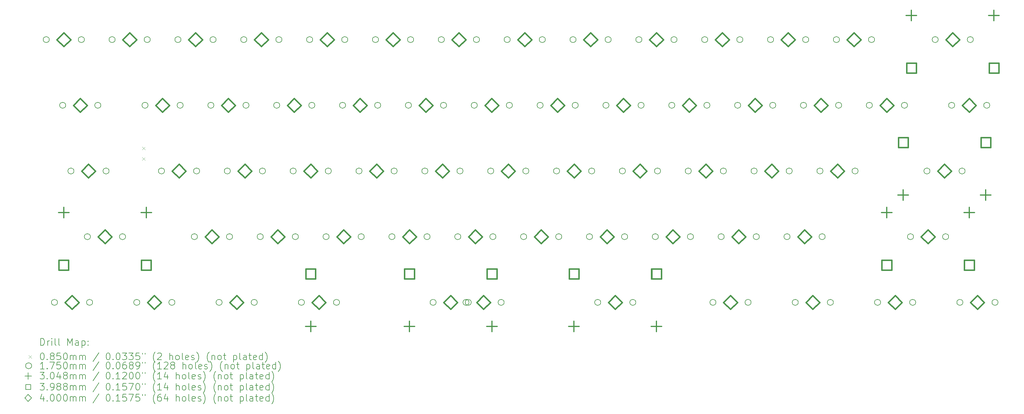
<source format=gbr>
%TF.GenerationSoftware,KiCad,Pcbnew,7.0.5*%
%TF.CreationDate,2024-03-02T17:21:19+09:00*%
%TF.ProjectId,Hotp4ck60,486f7470-3463-46b3-9630-2e6b69636164,rev?*%
%TF.SameCoordinates,Original*%
%TF.FileFunction,Drillmap*%
%TF.FilePolarity,Positive*%
%FSLAX45Y45*%
G04 Gerber Fmt 4.5, Leading zero omitted, Abs format (unit mm)*
G04 Created by KiCad (PCBNEW 7.0.5) date 2024-03-02 17:21:19*
%MOMM*%
%LPD*%
G01*
G04 APERTURE LIST*
%ADD10C,0.200000*%
%ADD11C,0.085000*%
%ADD12C,0.175000*%
%ADD13C,0.304800*%
%ADD14C,0.398780*%
%ADD15C,0.400000*%
G04 APERTURE END LIST*
D10*
D11*
X10366500Y-13906500D02*
X10451500Y-13991500D01*
X10451500Y-13906500D02*
X10366500Y-13991500D01*
X10366500Y-14206500D02*
X10451500Y-14291500D01*
X10451500Y-14206500D02*
X10366500Y-14291500D01*
D12*
X7675750Y-10795000D02*
G75*
G03*
X7675750Y-10795000I-87500J0D01*
G01*
X7913875Y-18415000D02*
G75*
G03*
X7913875Y-18415000I-87500J0D01*
G01*
X8152000Y-12700000D02*
G75*
G03*
X8152000Y-12700000I-87500J0D01*
G01*
X8390125Y-14605000D02*
G75*
G03*
X8390125Y-14605000I-87500J0D01*
G01*
X8691750Y-10795000D02*
G75*
G03*
X8691750Y-10795000I-87500J0D01*
G01*
X8866375Y-16510000D02*
G75*
G03*
X8866375Y-16510000I-87500J0D01*
G01*
X8929875Y-18415000D02*
G75*
G03*
X8929875Y-18415000I-87500J0D01*
G01*
X9168000Y-12700000D02*
G75*
G03*
X9168000Y-12700000I-87500J0D01*
G01*
X9406125Y-14605000D02*
G75*
G03*
X9406125Y-14605000I-87500J0D01*
G01*
X9580750Y-10795000D02*
G75*
G03*
X9580750Y-10795000I-87500J0D01*
G01*
X9882375Y-16510000D02*
G75*
G03*
X9882375Y-16510000I-87500J0D01*
G01*
X10295125Y-18415000D02*
G75*
G03*
X10295125Y-18415000I-87500J0D01*
G01*
X10533250Y-12700000D02*
G75*
G03*
X10533250Y-12700000I-87500J0D01*
G01*
X10596750Y-10795000D02*
G75*
G03*
X10596750Y-10795000I-87500J0D01*
G01*
X11009500Y-14605000D02*
G75*
G03*
X11009500Y-14605000I-87500J0D01*
G01*
X11311125Y-18415000D02*
G75*
G03*
X11311125Y-18415000I-87500J0D01*
G01*
X11485750Y-10795000D02*
G75*
G03*
X11485750Y-10795000I-87500J0D01*
G01*
X11549250Y-12700000D02*
G75*
G03*
X11549250Y-12700000I-87500J0D01*
G01*
X11962000Y-16510000D02*
G75*
G03*
X11962000Y-16510000I-87500J0D01*
G01*
X12025500Y-14605000D02*
G75*
G03*
X12025500Y-14605000I-87500J0D01*
G01*
X12438250Y-12700000D02*
G75*
G03*
X12438250Y-12700000I-87500J0D01*
G01*
X12501750Y-10795000D02*
G75*
G03*
X12501750Y-10795000I-87500J0D01*
G01*
X12676375Y-18415000D02*
G75*
G03*
X12676375Y-18415000I-87500J0D01*
G01*
X12914500Y-14605000D02*
G75*
G03*
X12914500Y-14605000I-87500J0D01*
G01*
X12978000Y-16510000D02*
G75*
G03*
X12978000Y-16510000I-87500J0D01*
G01*
X13390750Y-10795000D02*
G75*
G03*
X13390750Y-10795000I-87500J0D01*
G01*
X13454250Y-12700000D02*
G75*
G03*
X13454250Y-12700000I-87500J0D01*
G01*
X13692375Y-18415000D02*
G75*
G03*
X13692375Y-18415000I-87500J0D01*
G01*
X13867000Y-16510000D02*
G75*
G03*
X13867000Y-16510000I-87500J0D01*
G01*
X13930500Y-14605000D02*
G75*
G03*
X13930500Y-14605000I-87500J0D01*
G01*
X14343250Y-12700000D02*
G75*
G03*
X14343250Y-12700000I-87500J0D01*
G01*
X14406750Y-10795000D02*
G75*
G03*
X14406750Y-10795000I-87500J0D01*
G01*
X14819500Y-14605000D02*
G75*
G03*
X14819500Y-14605000I-87500J0D01*
G01*
X14883000Y-16510000D02*
G75*
G03*
X14883000Y-16510000I-87500J0D01*
G01*
X15057625Y-18415000D02*
G75*
G03*
X15057625Y-18415000I-87500J0D01*
G01*
X15295750Y-10795000D02*
G75*
G03*
X15295750Y-10795000I-87500J0D01*
G01*
X15359250Y-12700000D02*
G75*
G03*
X15359250Y-12700000I-87500J0D01*
G01*
X15772000Y-16510000D02*
G75*
G03*
X15772000Y-16510000I-87500J0D01*
G01*
X15835500Y-14605000D02*
G75*
G03*
X15835500Y-14605000I-87500J0D01*
G01*
X16073625Y-18415000D02*
G75*
G03*
X16073625Y-18415000I-87500J0D01*
G01*
X16248250Y-12700000D02*
G75*
G03*
X16248250Y-12700000I-87500J0D01*
G01*
X16311750Y-10795000D02*
G75*
G03*
X16311750Y-10795000I-87500J0D01*
G01*
X16724500Y-14605000D02*
G75*
G03*
X16724500Y-14605000I-87500J0D01*
G01*
X16788000Y-16510000D02*
G75*
G03*
X16788000Y-16510000I-87500J0D01*
G01*
X17200750Y-10795000D02*
G75*
G03*
X17200750Y-10795000I-87500J0D01*
G01*
X17264250Y-12700000D02*
G75*
G03*
X17264250Y-12700000I-87500J0D01*
G01*
X17677000Y-16510000D02*
G75*
G03*
X17677000Y-16510000I-87500J0D01*
G01*
X17740500Y-14605000D02*
G75*
G03*
X17740500Y-14605000I-87500J0D01*
G01*
X18153250Y-12700000D02*
G75*
G03*
X18153250Y-12700000I-87500J0D01*
G01*
X18216750Y-10795000D02*
G75*
G03*
X18216750Y-10795000I-87500J0D01*
G01*
X18629500Y-14605000D02*
G75*
G03*
X18629500Y-14605000I-87500J0D01*
G01*
X18693000Y-16510000D02*
G75*
G03*
X18693000Y-16510000I-87500J0D01*
G01*
X18867625Y-18415000D02*
G75*
G03*
X18867625Y-18415000I-87500J0D01*
G01*
X19105750Y-10795000D02*
G75*
G03*
X19105750Y-10795000I-87500J0D01*
G01*
X19169250Y-12700000D02*
G75*
G03*
X19169250Y-12700000I-87500J0D01*
G01*
X19582000Y-16510000D02*
G75*
G03*
X19582000Y-16510000I-87500J0D01*
G01*
X19645500Y-14605000D02*
G75*
G03*
X19645500Y-14605000I-87500J0D01*
G01*
X19820125Y-18415000D02*
G75*
G03*
X19820125Y-18415000I-87500J0D01*
G01*
X19883625Y-18415000D02*
G75*
G03*
X19883625Y-18415000I-87500J0D01*
G01*
X20058250Y-12700000D02*
G75*
G03*
X20058250Y-12700000I-87500J0D01*
G01*
X20121750Y-10795000D02*
G75*
G03*
X20121750Y-10795000I-87500J0D01*
G01*
X20534500Y-14605000D02*
G75*
G03*
X20534500Y-14605000I-87500J0D01*
G01*
X20598000Y-16510000D02*
G75*
G03*
X20598000Y-16510000I-87500J0D01*
G01*
X20836125Y-18415000D02*
G75*
G03*
X20836125Y-18415000I-87500J0D01*
G01*
X21010750Y-10795000D02*
G75*
G03*
X21010750Y-10795000I-87500J0D01*
G01*
X21074250Y-12700000D02*
G75*
G03*
X21074250Y-12700000I-87500J0D01*
G01*
X21487000Y-16510000D02*
G75*
G03*
X21487000Y-16510000I-87500J0D01*
G01*
X21550500Y-14605000D02*
G75*
G03*
X21550500Y-14605000I-87500J0D01*
G01*
X21963250Y-12700000D02*
G75*
G03*
X21963250Y-12700000I-87500J0D01*
G01*
X22026750Y-10795000D02*
G75*
G03*
X22026750Y-10795000I-87500J0D01*
G01*
X22439500Y-14605000D02*
G75*
G03*
X22439500Y-14605000I-87500J0D01*
G01*
X22503000Y-16510000D02*
G75*
G03*
X22503000Y-16510000I-87500J0D01*
G01*
X22915750Y-10795000D02*
G75*
G03*
X22915750Y-10795000I-87500J0D01*
G01*
X22979250Y-12700000D02*
G75*
G03*
X22979250Y-12700000I-87500J0D01*
G01*
X23392000Y-16510000D02*
G75*
G03*
X23392000Y-16510000I-87500J0D01*
G01*
X23455500Y-14605000D02*
G75*
G03*
X23455500Y-14605000I-87500J0D01*
G01*
X23630125Y-18415000D02*
G75*
G03*
X23630125Y-18415000I-87500J0D01*
G01*
X23868250Y-12700000D02*
G75*
G03*
X23868250Y-12700000I-87500J0D01*
G01*
X23931750Y-10795000D02*
G75*
G03*
X23931750Y-10795000I-87500J0D01*
G01*
X24344500Y-14605000D02*
G75*
G03*
X24344500Y-14605000I-87500J0D01*
G01*
X24408000Y-16510000D02*
G75*
G03*
X24408000Y-16510000I-87500J0D01*
G01*
X24646125Y-18415000D02*
G75*
G03*
X24646125Y-18415000I-87500J0D01*
G01*
X24820750Y-10795000D02*
G75*
G03*
X24820750Y-10795000I-87500J0D01*
G01*
X24884250Y-12700000D02*
G75*
G03*
X24884250Y-12700000I-87500J0D01*
G01*
X25297000Y-16510000D02*
G75*
G03*
X25297000Y-16510000I-87500J0D01*
G01*
X25360500Y-14605000D02*
G75*
G03*
X25360500Y-14605000I-87500J0D01*
G01*
X25773250Y-12700000D02*
G75*
G03*
X25773250Y-12700000I-87500J0D01*
G01*
X25836750Y-10795000D02*
G75*
G03*
X25836750Y-10795000I-87500J0D01*
G01*
X26249500Y-14605000D02*
G75*
G03*
X26249500Y-14605000I-87500J0D01*
G01*
X26313000Y-16510000D02*
G75*
G03*
X26313000Y-16510000I-87500J0D01*
G01*
X26725750Y-10795000D02*
G75*
G03*
X26725750Y-10795000I-87500J0D01*
G01*
X26789250Y-12700000D02*
G75*
G03*
X26789250Y-12700000I-87500J0D01*
G01*
X26963875Y-18415000D02*
G75*
G03*
X26963875Y-18415000I-87500J0D01*
G01*
X27202000Y-16510000D02*
G75*
G03*
X27202000Y-16510000I-87500J0D01*
G01*
X27265500Y-14605000D02*
G75*
G03*
X27265500Y-14605000I-87500J0D01*
G01*
X27678250Y-12700000D02*
G75*
G03*
X27678250Y-12700000I-87500J0D01*
G01*
X27741750Y-10795000D02*
G75*
G03*
X27741750Y-10795000I-87500J0D01*
G01*
X27979875Y-18415000D02*
G75*
G03*
X27979875Y-18415000I-87500J0D01*
G01*
X28154500Y-14605000D02*
G75*
G03*
X28154500Y-14605000I-87500J0D01*
G01*
X28218000Y-16510000D02*
G75*
G03*
X28218000Y-16510000I-87500J0D01*
G01*
X28630750Y-10795000D02*
G75*
G03*
X28630750Y-10795000I-87500J0D01*
G01*
X28694250Y-12700000D02*
G75*
G03*
X28694250Y-12700000I-87500J0D01*
G01*
X29107000Y-16510000D02*
G75*
G03*
X29107000Y-16510000I-87500J0D01*
G01*
X29170500Y-14605000D02*
G75*
G03*
X29170500Y-14605000I-87500J0D01*
G01*
X29345125Y-18415000D02*
G75*
G03*
X29345125Y-18415000I-87500J0D01*
G01*
X29583250Y-12700000D02*
G75*
G03*
X29583250Y-12700000I-87500J0D01*
G01*
X29646750Y-10795000D02*
G75*
G03*
X29646750Y-10795000I-87500J0D01*
G01*
X30059500Y-14605000D02*
G75*
G03*
X30059500Y-14605000I-87500J0D01*
G01*
X30123000Y-16510000D02*
G75*
G03*
X30123000Y-16510000I-87500J0D01*
G01*
X30361125Y-18415000D02*
G75*
G03*
X30361125Y-18415000I-87500J0D01*
G01*
X30535750Y-10795000D02*
G75*
G03*
X30535750Y-10795000I-87500J0D01*
G01*
X30599250Y-12700000D02*
G75*
G03*
X30599250Y-12700000I-87500J0D01*
G01*
X31075500Y-14605000D02*
G75*
G03*
X31075500Y-14605000I-87500J0D01*
G01*
X31488250Y-12700000D02*
G75*
G03*
X31488250Y-12700000I-87500J0D01*
G01*
X31551750Y-10795000D02*
G75*
G03*
X31551750Y-10795000I-87500J0D01*
G01*
X31726375Y-18415000D02*
G75*
G03*
X31726375Y-18415000I-87500J0D01*
G01*
X32504250Y-12700000D02*
G75*
G03*
X32504250Y-12700000I-87500J0D01*
G01*
X32678875Y-16510000D02*
G75*
G03*
X32678875Y-16510000I-87500J0D01*
G01*
X32742375Y-18415000D02*
G75*
G03*
X32742375Y-18415000I-87500J0D01*
G01*
X33155125Y-14605000D02*
G75*
G03*
X33155125Y-14605000I-87500J0D01*
G01*
X33393250Y-10795000D02*
G75*
G03*
X33393250Y-10795000I-87500J0D01*
G01*
X33694875Y-16510000D02*
G75*
G03*
X33694875Y-16510000I-87500J0D01*
G01*
X33869500Y-12700000D02*
G75*
G03*
X33869500Y-12700000I-87500J0D01*
G01*
X34107625Y-18415000D02*
G75*
G03*
X34107625Y-18415000I-87500J0D01*
G01*
X34171125Y-14605000D02*
G75*
G03*
X34171125Y-14605000I-87500J0D01*
G01*
X34409250Y-10795000D02*
G75*
G03*
X34409250Y-10795000I-87500J0D01*
G01*
X34885500Y-12700000D02*
G75*
G03*
X34885500Y-12700000I-87500J0D01*
G01*
X35123625Y-18415000D02*
G75*
G03*
X35123625Y-18415000I-87500J0D01*
G01*
D13*
X8093075Y-15659100D02*
X8093075Y-15963900D01*
X7940675Y-15811500D02*
X8245475Y-15811500D01*
X10480675Y-15659100D02*
X10480675Y-15963900D01*
X10328275Y-15811500D02*
X10633075Y-15811500D01*
X15240625Y-18961100D02*
X15240625Y-19265900D01*
X15088225Y-19113500D02*
X15393025Y-19113500D01*
X18094325Y-18961100D02*
X18094325Y-19265900D01*
X17941925Y-19113500D02*
X18246725Y-19113500D01*
X20481925Y-18961100D02*
X20481925Y-19265900D01*
X20329525Y-19113500D02*
X20634325Y-19113500D01*
X22856825Y-18961100D02*
X22856825Y-19265900D01*
X22704425Y-19113500D02*
X23009225Y-19113500D01*
X25240625Y-18961100D02*
X25240625Y-19265900D01*
X25088225Y-19113500D02*
X25393025Y-19113500D01*
X25244425Y-18961100D02*
X25244425Y-19265900D01*
X25092025Y-19113500D02*
X25396825Y-19113500D01*
X31905575Y-15659100D02*
X31905575Y-15963900D01*
X31753175Y-15811500D02*
X32057975Y-15811500D01*
X32381825Y-15151100D02*
X32381825Y-15455900D01*
X32229425Y-15303500D02*
X32534225Y-15303500D01*
X32619950Y-9944100D02*
X32619950Y-10248900D01*
X32467550Y-10096500D02*
X32772350Y-10096500D01*
X34293175Y-15659100D02*
X34293175Y-15963900D01*
X34140775Y-15811500D02*
X34445575Y-15811500D01*
X34769425Y-15151100D02*
X34769425Y-15455900D01*
X34617025Y-15303500D02*
X34921825Y-15303500D01*
X35007550Y-9944100D02*
X35007550Y-10248900D01*
X34855150Y-10096500D02*
X35159950Y-10096500D01*
D14*
X8234066Y-17476491D02*
X8234066Y-17194509D01*
X7952084Y-17194509D01*
X7952084Y-17476491D01*
X8234066Y-17476491D01*
X10621666Y-17476491D02*
X10621666Y-17194509D01*
X10339684Y-17194509D01*
X10339684Y-17476491D01*
X10621666Y-17476491D01*
X15381616Y-17730491D02*
X15381616Y-17448509D01*
X15099634Y-17448509D01*
X15099634Y-17730491D01*
X15381616Y-17730491D01*
X18235316Y-17730491D02*
X18235316Y-17448509D01*
X17953334Y-17448509D01*
X17953334Y-17730491D01*
X18235316Y-17730491D01*
X20622916Y-17730491D02*
X20622916Y-17448509D01*
X20340934Y-17448509D01*
X20340934Y-17730491D01*
X20622916Y-17730491D01*
X22997816Y-17730491D02*
X22997816Y-17448509D01*
X22715834Y-17448509D01*
X22715834Y-17730491D01*
X22997816Y-17730491D01*
X25381616Y-17730491D02*
X25381616Y-17448509D01*
X25099634Y-17448509D01*
X25099634Y-17730491D01*
X25381616Y-17730491D01*
X25385416Y-17730491D02*
X25385416Y-17448509D01*
X25103434Y-17448509D01*
X25103434Y-17730491D01*
X25385416Y-17730491D01*
X32046566Y-17476491D02*
X32046566Y-17194509D01*
X31764584Y-17194509D01*
X31764584Y-17476491D01*
X32046566Y-17476491D01*
X32522816Y-13920491D02*
X32522816Y-13638509D01*
X32240834Y-13638509D01*
X32240834Y-13920491D01*
X32522816Y-13920491D01*
X32760941Y-11761491D02*
X32760941Y-11479509D01*
X32478959Y-11479509D01*
X32478959Y-11761491D01*
X32760941Y-11761491D01*
X34434166Y-17476491D02*
X34434166Y-17194509D01*
X34152184Y-17194509D01*
X34152184Y-17476491D01*
X34434166Y-17476491D01*
X34910416Y-13920491D02*
X34910416Y-13638509D01*
X34628434Y-13638509D01*
X34628434Y-13920491D01*
X34910416Y-13920491D01*
X35148541Y-11761491D02*
X35148541Y-11479509D01*
X34866559Y-11479509D01*
X34866559Y-11761491D01*
X35148541Y-11761491D01*
D15*
X8096250Y-10995000D02*
X8296250Y-10795000D01*
X8096250Y-10595000D01*
X7896250Y-10795000D01*
X8096250Y-10995000D01*
X8334375Y-18615000D02*
X8534375Y-18415000D01*
X8334375Y-18215000D01*
X8134375Y-18415000D01*
X8334375Y-18615000D01*
X8572500Y-12900000D02*
X8772500Y-12700000D01*
X8572500Y-12500000D01*
X8372500Y-12700000D01*
X8572500Y-12900000D01*
X8810625Y-14805000D02*
X9010625Y-14605000D01*
X8810625Y-14405000D01*
X8610625Y-14605000D01*
X8810625Y-14805000D01*
X9286875Y-16710000D02*
X9486875Y-16510000D01*
X9286875Y-16310000D01*
X9086875Y-16510000D01*
X9286875Y-16710000D01*
X10001250Y-10995000D02*
X10201250Y-10795000D01*
X10001250Y-10595000D01*
X9801250Y-10795000D01*
X10001250Y-10995000D01*
X10715625Y-18615000D02*
X10915625Y-18415000D01*
X10715625Y-18215000D01*
X10515625Y-18415000D01*
X10715625Y-18615000D01*
X10953750Y-12900000D02*
X11153750Y-12700000D01*
X10953750Y-12500000D01*
X10753750Y-12700000D01*
X10953750Y-12900000D01*
X11430000Y-14805000D02*
X11630000Y-14605000D01*
X11430000Y-14405000D01*
X11230000Y-14605000D01*
X11430000Y-14805000D01*
X11906250Y-10995000D02*
X12106250Y-10795000D01*
X11906250Y-10595000D01*
X11706250Y-10795000D01*
X11906250Y-10995000D01*
X12382500Y-16710000D02*
X12582500Y-16510000D01*
X12382500Y-16310000D01*
X12182500Y-16510000D01*
X12382500Y-16710000D01*
X12858750Y-12900000D02*
X13058750Y-12700000D01*
X12858750Y-12500000D01*
X12658750Y-12700000D01*
X12858750Y-12900000D01*
X13096875Y-18615000D02*
X13296875Y-18415000D01*
X13096875Y-18215000D01*
X12896875Y-18415000D01*
X13096875Y-18615000D01*
X13335000Y-14805000D02*
X13535000Y-14605000D01*
X13335000Y-14405000D01*
X13135000Y-14605000D01*
X13335000Y-14805000D01*
X13811250Y-10995000D02*
X14011250Y-10795000D01*
X13811250Y-10595000D01*
X13611250Y-10795000D01*
X13811250Y-10995000D01*
X14287500Y-16710000D02*
X14487500Y-16510000D01*
X14287500Y-16310000D01*
X14087500Y-16510000D01*
X14287500Y-16710000D01*
X14763750Y-12900000D02*
X14963750Y-12700000D01*
X14763750Y-12500000D01*
X14563750Y-12700000D01*
X14763750Y-12900000D01*
X15240000Y-14805000D02*
X15440000Y-14605000D01*
X15240000Y-14405000D01*
X15040000Y-14605000D01*
X15240000Y-14805000D01*
X15478125Y-18615000D02*
X15678125Y-18415000D01*
X15478125Y-18215000D01*
X15278125Y-18415000D01*
X15478125Y-18615000D01*
X15716250Y-10995000D02*
X15916250Y-10795000D01*
X15716250Y-10595000D01*
X15516250Y-10795000D01*
X15716250Y-10995000D01*
X16192500Y-16710000D02*
X16392500Y-16510000D01*
X16192500Y-16310000D01*
X15992500Y-16510000D01*
X16192500Y-16710000D01*
X16668750Y-12900000D02*
X16868750Y-12700000D01*
X16668750Y-12500000D01*
X16468750Y-12700000D01*
X16668750Y-12900000D01*
X17145000Y-14805000D02*
X17345000Y-14605000D01*
X17145000Y-14405000D01*
X16945000Y-14605000D01*
X17145000Y-14805000D01*
X17621250Y-10995000D02*
X17821250Y-10795000D01*
X17621250Y-10595000D01*
X17421250Y-10795000D01*
X17621250Y-10995000D01*
X18097500Y-16710000D02*
X18297500Y-16510000D01*
X18097500Y-16310000D01*
X17897500Y-16510000D01*
X18097500Y-16710000D01*
X18573750Y-12900000D02*
X18773750Y-12700000D01*
X18573750Y-12500000D01*
X18373750Y-12700000D01*
X18573750Y-12900000D01*
X19050000Y-14805000D02*
X19250000Y-14605000D01*
X19050000Y-14405000D01*
X18850000Y-14605000D01*
X19050000Y-14805000D01*
X19288125Y-18615000D02*
X19488125Y-18415000D01*
X19288125Y-18215000D01*
X19088125Y-18415000D01*
X19288125Y-18615000D01*
X19526250Y-10995000D02*
X19726250Y-10795000D01*
X19526250Y-10595000D01*
X19326250Y-10795000D01*
X19526250Y-10995000D01*
X20002500Y-16710000D02*
X20202500Y-16510000D01*
X20002500Y-16310000D01*
X19802500Y-16510000D01*
X20002500Y-16710000D01*
X20240625Y-18615000D02*
X20440625Y-18415000D01*
X20240625Y-18215000D01*
X20040625Y-18415000D01*
X20240625Y-18615000D01*
X20478750Y-12900000D02*
X20678750Y-12700000D01*
X20478750Y-12500000D01*
X20278750Y-12700000D01*
X20478750Y-12900000D01*
X20955000Y-14805000D02*
X21155000Y-14605000D01*
X20955000Y-14405000D01*
X20755000Y-14605000D01*
X20955000Y-14805000D01*
X21431250Y-10995000D02*
X21631250Y-10795000D01*
X21431250Y-10595000D01*
X21231250Y-10795000D01*
X21431250Y-10995000D01*
X21907500Y-16710000D02*
X22107500Y-16510000D01*
X21907500Y-16310000D01*
X21707500Y-16510000D01*
X21907500Y-16710000D01*
X22383750Y-12900000D02*
X22583750Y-12700000D01*
X22383750Y-12500000D01*
X22183750Y-12700000D01*
X22383750Y-12900000D01*
X22860000Y-14805000D02*
X23060000Y-14605000D01*
X22860000Y-14405000D01*
X22660000Y-14605000D01*
X22860000Y-14805000D01*
X23336250Y-10995000D02*
X23536250Y-10795000D01*
X23336250Y-10595000D01*
X23136250Y-10795000D01*
X23336250Y-10995000D01*
X23812500Y-16710000D02*
X24012500Y-16510000D01*
X23812500Y-16310000D01*
X23612500Y-16510000D01*
X23812500Y-16710000D01*
X24050625Y-18615000D02*
X24250625Y-18415000D01*
X24050625Y-18215000D01*
X23850625Y-18415000D01*
X24050625Y-18615000D01*
X24288750Y-12900000D02*
X24488750Y-12700000D01*
X24288750Y-12500000D01*
X24088750Y-12700000D01*
X24288750Y-12900000D01*
X24765000Y-14805000D02*
X24965000Y-14605000D01*
X24765000Y-14405000D01*
X24565000Y-14605000D01*
X24765000Y-14805000D01*
X25241250Y-10995000D02*
X25441250Y-10795000D01*
X25241250Y-10595000D01*
X25041250Y-10795000D01*
X25241250Y-10995000D01*
X25717500Y-16710000D02*
X25917500Y-16510000D01*
X25717500Y-16310000D01*
X25517500Y-16510000D01*
X25717500Y-16710000D01*
X26193750Y-12900000D02*
X26393750Y-12700000D01*
X26193750Y-12500000D01*
X25993750Y-12700000D01*
X26193750Y-12900000D01*
X26670000Y-14805000D02*
X26870000Y-14605000D01*
X26670000Y-14405000D01*
X26470000Y-14605000D01*
X26670000Y-14805000D01*
X27146250Y-10995000D02*
X27346250Y-10795000D01*
X27146250Y-10595000D01*
X26946250Y-10795000D01*
X27146250Y-10995000D01*
X27384375Y-18615000D02*
X27584375Y-18415000D01*
X27384375Y-18215000D01*
X27184375Y-18415000D01*
X27384375Y-18615000D01*
X27622500Y-16710000D02*
X27822500Y-16510000D01*
X27622500Y-16310000D01*
X27422500Y-16510000D01*
X27622500Y-16710000D01*
X28098750Y-12900000D02*
X28298750Y-12700000D01*
X28098750Y-12500000D01*
X27898750Y-12700000D01*
X28098750Y-12900000D01*
X28575000Y-14805000D02*
X28775000Y-14605000D01*
X28575000Y-14405000D01*
X28375000Y-14605000D01*
X28575000Y-14805000D01*
X29051250Y-10995000D02*
X29251250Y-10795000D01*
X29051250Y-10595000D01*
X28851250Y-10795000D01*
X29051250Y-10995000D01*
X29527500Y-16710000D02*
X29727500Y-16510000D01*
X29527500Y-16310000D01*
X29327500Y-16510000D01*
X29527500Y-16710000D01*
X29765625Y-18615000D02*
X29965625Y-18415000D01*
X29765625Y-18215000D01*
X29565625Y-18415000D01*
X29765625Y-18615000D01*
X30003750Y-12900000D02*
X30203750Y-12700000D01*
X30003750Y-12500000D01*
X29803750Y-12700000D01*
X30003750Y-12900000D01*
X30480000Y-14805000D02*
X30680000Y-14605000D01*
X30480000Y-14405000D01*
X30280000Y-14605000D01*
X30480000Y-14805000D01*
X30956250Y-10995000D02*
X31156250Y-10795000D01*
X30956250Y-10595000D01*
X30756250Y-10795000D01*
X30956250Y-10995000D01*
X31908750Y-12900000D02*
X32108750Y-12700000D01*
X31908750Y-12500000D01*
X31708750Y-12700000D01*
X31908750Y-12900000D01*
X32146875Y-18615000D02*
X32346875Y-18415000D01*
X32146875Y-18215000D01*
X31946875Y-18415000D01*
X32146875Y-18615000D01*
X33099375Y-16710000D02*
X33299375Y-16510000D01*
X33099375Y-16310000D01*
X32899375Y-16510000D01*
X33099375Y-16710000D01*
X33575625Y-14805000D02*
X33775625Y-14605000D01*
X33575625Y-14405000D01*
X33375625Y-14605000D01*
X33575625Y-14805000D01*
X33813750Y-10995000D02*
X34013750Y-10795000D01*
X33813750Y-10595000D01*
X33613750Y-10795000D01*
X33813750Y-10995000D01*
X34290000Y-12900000D02*
X34490000Y-12700000D01*
X34290000Y-12500000D01*
X34090000Y-12700000D01*
X34290000Y-12900000D01*
X34528125Y-18615000D02*
X34728125Y-18415000D01*
X34528125Y-18215000D01*
X34328125Y-18415000D01*
X34528125Y-18615000D01*
D10*
X7427027Y-19661484D02*
X7427027Y-19461484D01*
X7427027Y-19461484D02*
X7474646Y-19461484D01*
X7474646Y-19461484D02*
X7503217Y-19471008D01*
X7503217Y-19471008D02*
X7522265Y-19490055D01*
X7522265Y-19490055D02*
X7531789Y-19509103D01*
X7531789Y-19509103D02*
X7541312Y-19547198D01*
X7541312Y-19547198D02*
X7541312Y-19575770D01*
X7541312Y-19575770D02*
X7531789Y-19613865D01*
X7531789Y-19613865D02*
X7522265Y-19632912D01*
X7522265Y-19632912D02*
X7503217Y-19651960D01*
X7503217Y-19651960D02*
X7474646Y-19661484D01*
X7474646Y-19661484D02*
X7427027Y-19661484D01*
X7627027Y-19661484D02*
X7627027Y-19528150D01*
X7627027Y-19566246D02*
X7636551Y-19547198D01*
X7636551Y-19547198D02*
X7646074Y-19537674D01*
X7646074Y-19537674D02*
X7665122Y-19528150D01*
X7665122Y-19528150D02*
X7684170Y-19528150D01*
X7750836Y-19661484D02*
X7750836Y-19528150D01*
X7750836Y-19461484D02*
X7741312Y-19471008D01*
X7741312Y-19471008D02*
X7750836Y-19480531D01*
X7750836Y-19480531D02*
X7760360Y-19471008D01*
X7760360Y-19471008D02*
X7750836Y-19461484D01*
X7750836Y-19461484D02*
X7750836Y-19480531D01*
X7874646Y-19661484D02*
X7855598Y-19651960D01*
X7855598Y-19651960D02*
X7846074Y-19632912D01*
X7846074Y-19632912D02*
X7846074Y-19461484D01*
X7979408Y-19661484D02*
X7960360Y-19651960D01*
X7960360Y-19651960D02*
X7950836Y-19632912D01*
X7950836Y-19632912D02*
X7950836Y-19461484D01*
X8207979Y-19661484D02*
X8207979Y-19461484D01*
X8207979Y-19461484D02*
X8274646Y-19604341D01*
X8274646Y-19604341D02*
X8341312Y-19461484D01*
X8341312Y-19461484D02*
X8341312Y-19661484D01*
X8522265Y-19661484D02*
X8522265Y-19556722D01*
X8522265Y-19556722D02*
X8512741Y-19537674D01*
X8512741Y-19537674D02*
X8493694Y-19528150D01*
X8493694Y-19528150D02*
X8455598Y-19528150D01*
X8455598Y-19528150D02*
X8436551Y-19537674D01*
X8522265Y-19651960D02*
X8503217Y-19661484D01*
X8503217Y-19661484D02*
X8455598Y-19661484D01*
X8455598Y-19661484D02*
X8436551Y-19651960D01*
X8436551Y-19651960D02*
X8427027Y-19632912D01*
X8427027Y-19632912D02*
X8427027Y-19613865D01*
X8427027Y-19613865D02*
X8436551Y-19594817D01*
X8436551Y-19594817D02*
X8455598Y-19585293D01*
X8455598Y-19585293D02*
X8503217Y-19585293D01*
X8503217Y-19585293D02*
X8522265Y-19575770D01*
X8617503Y-19528150D02*
X8617503Y-19728150D01*
X8617503Y-19537674D02*
X8636551Y-19528150D01*
X8636551Y-19528150D02*
X8674646Y-19528150D01*
X8674646Y-19528150D02*
X8693694Y-19537674D01*
X8693694Y-19537674D02*
X8703217Y-19547198D01*
X8703217Y-19547198D02*
X8712741Y-19566246D01*
X8712741Y-19566246D02*
X8712741Y-19623389D01*
X8712741Y-19623389D02*
X8703217Y-19642436D01*
X8703217Y-19642436D02*
X8693694Y-19651960D01*
X8693694Y-19651960D02*
X8674646Y-19661484D01*
X8674646Y-19661484D02*
X8636551Y-19661484D01*
X8636551Y-19661484D02*
X8617503Y-19651960D01*
X8798455Y-19642436D02*
X8807979Y-19651960D01*
X8807979Y-19651960D02*
X8798455Y-19661484D01*
X8798455Y-19661484D02*
X8788932Y-19651960D01*
X8788932Y-19651960D02*
X8798455Y-19642436D01*
X8798455Y-19642436D02*
X8798455Y-19661484D01*
X8798455Y-19537674D02*
X8807979Y-19547198D01*
X8807979Y-19547198D02*
X8798455Y-19556722D01*
X8798455Y-19556722D02*
X8788932Y-19547198D01*
X8788932Y-19547198D02*
X8798455Y-19537674D01*
X8798455Y-19537674D02*
X8798455Y-19556722D01*
D11*
X7081250Y-19947500D02*
X7166250Y-20032500D01*
X7166250Y-19947500D02*
X7081250Y-20032500D01*
D10*
X7465122Y-19881484D02*
X7484170Y-19881484D01*
X7484170Y-19881484D02*
X7503217Y-19891008D01*
X7503217Y-19891008D02*
X7512741Y-19900531D01*
X7512741Y-19900531D02*
X7522265Y-19919579D01*
X7522265Y-19919579D02*
X7531789Y-19957674D01*
X7531789Y-19957674D02*
X7531789Y-20005293D01*
X7531789Y-20005293D02*
X7522265Y-20043389D01*
X7522265Y-20043389D02*
X7512741Y-20062436D01*
X7512741Y-20062436D02*
X7503217Y-20071960D01*
X7503217Y-20071960D02*
X7484170Y-20081484D01*
X7484170Y-20081484D02*
X7465122Y-20081484D01*
X7465122Y-20081484D02*
X7446074Y-20071960D01*
X7446074Y-20071960D02*
X7436551Y-20062436D01*
X7436551Y-20062436D02*
X7427027Y-20043389D01*
X7427027Y-20043389D02*
X7417503Y-20005293D01*
X7417503Y-20005293D02*
X7417503Y-19957674D01*
X7417503Y-19957674D02*
X7427027Y-19919579D01*
X7427027Y-19919579D02*
X7436551Y-19900531D01*
X7436551Y-19900531D02*
X7446074Y-19891008D01*
X7446074Y-19891008D02*
X7465122Y-19881484D01*
X7617503Y-20062436D02*
X7627027Y-20071960D01*
X7627027Y-20071960D02*
X7617503Y-20081484D01*
X7617503Y-20081484D02*
X7607979Y-20071960D01*
X7607979Y-20071960D02*
X7617503Y-20062436D01*
X7617503Y-20062436D02*
X7617503Y-20081484D01*
X7741312Y-19967198D02*
X7722265Y-19957674D01*
X7722265Y-19957674D02*
X7712741Y-19948150D01*
X7712741Y-19948150D02*
X7703217Y-19929103D01*
X7703217Y-19929103D02*
X7703217Y-19919579D01*
X7703217Y-19919579D02*
X7712741Y-19900531D01*
X7712741Y-19900531D02*
X7722265Y-19891008D01*
X7722265Y-19891008D02*
X7741312Y-19881484D01*
X7741312Y-19881484D02*
X7779408Y-19881484D01*
X7779408Y-19881484D02*
X7798455Y-19891008D01*
X7798455Y-19891008D02*
X7807979Y-19900531D01*
X7807979Y-19900531D02*
X7817503Y-19919579D01*
X7817503Y-19919579D02*
X7817503Y-19929103D01*
X7817503Y-19929103D02*
X7807979Y-19948150D01*
X7807979Y-19948150D02*
X7798455Y-19957674D01*
X7798455Y-19957674D02*
X7779408Y-19967198D01*
X7779408Y-19967198D02*
X7741312Y-19967198D01*
X7741312Y-19967198D02*
X7722265Y-19976722D01*
X7722265Y-19976722D02*
X7712741Y-19986246D01*
X7712741Y-19986246D02*
X7703217Y-20005293D01*
X7703217Y-20005293D02*
X7703217Y-20043389D01*
X7703217Y-20043389D02*
X7712741Y-20062436D01*
X7712741Y-20062436D02*
X7722265Y-20071960D01*
X7722265Y-20071960D02*
X7741312Y-20081484D01*
X7741312Y-20081484D02*
X7779408Y-20081484D01*
X7779408Y-20081484D02*
X7798455Y-20071960D01*
X7798455Y-20071960D02*
X7807979Y-20062436D01*
X7807979Y-20062436D02*
X7817503Y-20043389D01*
X7817503Y-20043389D02*
X7817503Y-20005293D01*
X7817503Y-20005293D02*
X7807979Y-19986246D01*
X7807979Y-19986246D02*
X7798455Y-19976722D01*
X7798455Y-19976722D02*
X7779408Y-19967198D01*
X7998455Y-19881484D02*
X7903217Y-19881484D01*
X7903217Y-19881484D02*
X7893693Y-19976722D01*
X7893693Y-19976722D02*
X7903217Y-19967198D01*
X7903217Y-19967198D02*
X7922265Y-19957674D01*
X7922265Y-19957674D02*
X7969884Y-19957674D01*
X7969884Y-19957674D02*
X7988932Y-19967198D01*
X7988932Y-19967198D02*
X7998455Y-19976722D01*
X7998455Y-19976722D02*
X8007979Y-19995770D01*
X8007979Y-19995770D02*
X8007979Y-20043389D01*
X8007979Y-20043389D02*
X7998455Y-20062436D01*
X7998455Y-20062436D02*
X7988932Y-20071960D01*
X7988932Y-20071960D02*
X7969884Y-20081484D01*
X7969884Y-20081484D02*
X7922265Y-20081484D01*
X7922265Y-20081484D02*
X7903217Y-20071960D01*
X7903217Y-20071960D02*
X7893693Y-20062436D01*
X8131789Y-19881484D02*
X8150836Y-19881484D01*
X8150836Y-19881484D02*
X8169884Y-19891008D01*
X8169884Y-19891008D02*
X8179408Y-19900531D01*
X8179408Y-19900531D02*
X8188932Y-19919579D01*
X8188932Y-19919579D02*
X8198455Y-19957674D01*
X8198455Y-19957674D02*
X8198455Y-20005293D01*
X8198455Y-20005293D02*
X8188932Y-20043389D01*
X8188932Y-20043389D02*
X8179408Y-20062436D01*
X8179408Y-20062436D02*
X8169884Y-20071960D01*
X8169884Y-20071960D02*
X8150836Y-20081484D01*
X8150836Y-20081484D02*
X8131789Y-20081484D01*
X8131789Y-20081484D02*
X8112741Y-20071960D01*
X8112741Y-20071960D02*
X8103217Y-20062436D01*
X8103217Y-20062436D02*
X8093693Y-20043389D01*
X8093693Y-20043389D02*
X8084170Y-20005293D01*
X8084170Y-20005293D02*
X8084170Y-19957674D01*
X8084170Y-19957674D02*
X8093693Y-19919579D01*
X8093693Y-19919579D02*
X8103217Y-19900531D01*
X8103217Y-19900531D02*
X8112741Y-19891008D01*
X8112741Y-19891008D02*
X8131789Y-19881484D01*
X8284170Y-20081484D02*
X8284170Y-19948150D01*
X8284170Y-19967198D02*
X8293693Y-19957674D01*
X8293693Y-19957674D02*
X8312741Y-19948150D01*
X8312741Y-19948150D02*
X8341313Y-19948150D01*
X8341313Y-19948150D02*
X8360360Y-19957674D01*
X8360360Y-19957674D02*
X8369884Y-19976722D01*
X8369884Y-19976722D02*
X8369884Y-20081484D01*
X8369884Y-19976722D02*
X8379408Y-19957674D01*
X8379408Y-19957674D02*
X8398455Y-19948150D01*
X8398455Y-19948150D02*
X8427027Y-19948150D01*
X8427027Y-19948150D02*
X8446075Y-19957674D01*
X8446075Y-19957674D02*
X8455598Y-19976722D01*
X8455598Y-19976722D02*
X8455598Y-20081484D01*
X8550836Y-20081484D02*
X8550836Y-19948150D01*
X8550836Y-19967198D02*
X8560360Y-19957674D01*
X8560360Y-19957674D02*
X8579408Y-19948150D01*
X8579408Y-19948150D02*
X8607979Y-19948150D01*
X8607979Y-19948150D02*
X8627027Y-19957674D01*
X8627027Y-19957674D02*
X8636551Y-19976722D01*
X8636551Y-19976722D02*
X8636551Y-20081484D01*
X8636551Y-19976722D02*
X8646075Y-19957674D01*
X8646075Y-19957674D02*
X8665122Y-19948150D01*
X8665122Y-19948150D02*
X8693694Y-19948150D01*
X8693694Y-19948150D02*
X8712741Y-19957674D01*
X8712741Y-19957674D02*
X8722265Y-19976722D01*
X8722265Y-19976722D02*
X8722265Y-20081484D01*
X9112741Y-19871960D02*
X8941313Y-20129103D01*
X9369884Y-19881484D02*
X9388932Y-19881484D01*
X9388932Y-19881484D02*
X9407979Y-19891008D01*
X9407979Y-19891008D02*
X9417503Y-19900531D01*
X9417503Y-19900531D02*
X9427027Y-19919579D01*
X9427027Y-19919579D02*
X9436551Y-19957674D01*
X9436551Y-19957674D02*
X9436551Y-20005293D01*
X9436551Y-20005293D02*
X9427027Y-20043389D01*
X9427027Y-20043389D02*
X9417503Y-20062436D01*
X9417503Y-20062436D02*
X9407979Y-20071960D01*
X9407979Y-20071960D02*
X9388932Y-20081484D01*
X9388932Y-20081484D02*
X9369884Y-20081484D01*
X9369884Y-20081484D02*
X9350837Y-20071960D01*
X9350837Y-20071960D02*
X9341313Y-20062436D01*
X9341313Y-20062436D02*
X9331789Y-20043389D01*
X9331789Y-20043389D02*
X9322265Y-20005293D01*
X9322265Y-20005293D02*
X9322265Y-19957674D01*
X9322265Y-19957674D02*
X9331789Y-19919579D01*
X9331789Y-19919579D02*
X9341313Y-19900531D01*
X9341313Y-19900531D02*
X9350837Y-19891008D01*
X9350837Y-19891008D02*
X9369884Y-19881484D01*
X9522265Y-20062436D02*
X9531789Y-20071960D01*
X9531789Y-20071960D02*
X9522265Y-20081484D01*
X9522265Y-20081484D02*
X9512741Y-20071960D01*
X9512741Y-20071960D02*
X9522265Y-20062436D01*
X9522265Y-20062436D02*
X9522265Y-20081484D01*
X9655598Y-19881484D02*
X9674646Y-19881484D01*
X9674646Y-19881484D02*
X9693694Y-19891008D01*
X9693694Y-19891008D02*
X9703218Y-19900531D01*
X9703218Y-19900531D02*
X9712741Y-19919579D01*
X9712741Y-19919579D02*
X9722265Y-19957674D01*
X9722265Y-19957674D02*
X9722265Y-20005293D01*
X9722265Y-20005293D02*
X9712741Y-20043389D01*
X9712741Y-20043389D02*
X9703218Y-20062436D01*
X9703218Y-20062436D02*
X9693694Y-20071960D01*
X9693694Y-20071960D02*
X9674646Y-20081484D01*
X9674646Y-20081484D02*
X9655598Y-20081484D01*
X9655598Y-20081484D02*
X9636551Y-20071960D01*
X9636551Y-20071960D02*
X9627027Y-20062436D01*
X9627027Y-20062436D02*
X9617503Y-20043389D01*
X9617503Y-20043389D02*
X9607979Y-20005293D01*
X9607979Y-20005293D02*
X9607979Y-19957674D01*
X9607979Y-19957674D02*
X9617503Y-19919579D01*
X9617503Y-19919579D02*
X9627027Y-19900531D01*
X9627027Y-19900531D02*
X9636551Y-19891008D01*
X9636551Y-19891008D02*
X9655598Y-19881484D01*
X9788932Y-19881484D02*
X9912741Y-19881484D01*
X9912741Y-19881484D02*
X9846075Y-19957674D01*
X9846075Y-19957674D02*
X9874646Y-19957674D01*
X9874646Y-19957674D02*
X9893694Y-19967198D01*
X9893694Y-19967198D02*
X9903218Y-19976722D01*
X9903218Y-19976722D02*
X9912741Y-19995770D01*
X9912741Y-19995770D02*
X9912741Y-20043389D01*
X9912741Y-20043389D02*
X9903218Y-20062436D01*
X9903218Y-20062436D02*
X9893694Y-20071960D01*
X9893694Y-20071960D02*
X9874646Y-20081484D01*
X9874646Y-20081484D02*
X9817503Y-20081484D01*
X9817503Y-20081484D02*
X9798456Y-20071960D01*
X9798456Y-20071960D02*
X9788932Y-20062436D01*
X9979408Y-19881484D02*
X10103218Y-19881484D01*
X10103218Y-19881484D02*
X10036551Y-19957674D01*
X10036551Y-19957674D02*
X10065122Y-19957674D01*
X10065122Y-19957674D02*
X10084170Y-19967198D01*
X10084170Y-19967198D02*
X10093694Y-19976722D01*
X10093694Y-19976722D02*
X10103218Y-19995770D01*
X10103218Y-19995770D02*
X10103218Y-20043389D01*
X10103218Y-20043389D02*
X10093694Y-20062436D01*
X10093694Y-20062436D02*
X10084170Y-20071960D01*
X10084170Y-20071960D02*
X10065122Y-20081484D01*
X10065122Y-20081484D02*
X10007979Y-20081484D01*
X10007979Y-20081484D02*
X9988932Y-20071960D01*
X9988932Y-20071960D02*
X9979408Y-20062436D01*
X10284170Y-19881484D02*
X10188932Y-19881484D01*
X10188932Y-19881484D02*
X10179408Y-19976722D01*
X10179408Y-19976722D02*
X10188932Y-19967198D01*
X10188932Y-19967198D02*
X10207979Y-19957674D01*
X10207979Y-19957674D02*
X10255599Y-19957674D01*
X10255599Y-19957674D02*
X10274646Y-19967198D01*
X10274646Y-19967198D02*
X10284170Y-19976722D01*
X10284170Y-19976722D02*
X10293694Y-19995770D01*
X10293694Y-19995770D02*
X10293694Y-20043389D01*
X10293694Y-20043389D02*
X10284170Y-20062436D01*
X10284170Y-20062436D02*
X10274646Y-20071960D01*
X10274646Y-20071960D02*
X10255599Y-20081484D01*
X10255599Y-20081484D02*
X10207979Y-20081484D01*
X10207979Y-20081484D02*
X10188932Y-20071960D01*
X10188932Y-20071960D02*
X10179408Y-20062436D01*
X10369884Y-19881484D02*
X10369884Y-19919579D01*
X10446075Y-19881484D02*
X10446075Y-19919579D01*
X10741313Y-20157674D02*
X10731789Y-20148150D01*
X10731789Y-20148150D02*
X10712741Y-20119579D01*
X10712741Y-20119579D02*
X10703218Y-20100531D01*
X10703218Y-20100531D02*
X10693694Y-20071960D01*
X10693694Y-20071960D02*
X10684170Y-20024341D01*
X10684170Y-20024341D02*
X10684170Y-19986246D01*
X10684170Y-19986246D02*
X10693694Y-19938627D01*
X10693694Y-19938627D02*
X10703218Y-19910055D01*
X10703218Y-19910055D02*
X10712741Y-19891008D01*
X10712741Y-19891008D02*
X10731789Y-19862436D01*
X10731789Y-19862436D02*
X10741313Y-19852912D01*
X10807980Y-19900531D02*
X10817503Y-19891008D01*
X10817503Y-19891008D02*
X10836551Y-19881484D01*
X10836551Y-19881484D02*
X10884170Y-19881484D01*
X10884170Y-19881484D02*
X10903218Y-19891008D01*
X10903218Y-19891008D02*
X10912741Y-19900531D01*
X10912741Y-19900531D02*
X10922265Y-19919579D01*
X10922265Y-19919579D02*
X10922265Y-19938627D01*
X10922265Y-19938627D02*
X10912741Y-19967198D01*
X10912741Y-19967198D02*
X10798456Y-20081484D01*
X10798456Y-20081484D02*
X10922265Y-20081484D01*
X11160361Y-20081484D02*
X11160361Y-19881484D01*
X11246075Y-20081484D02*
X11246075Y-19976722D01*
X11246075Y-19976722D02*
X11236551Y-19957674D01*
X11236551Y-19957674D02*
X11217503Y-19948150D01*
X11217503Y-19948150D02*
X11188932Y-19948150D01*
X11188932Y-19948150D02*
X11169884Y-19957674D01*
X11169884Y-19957674D02*
X11160361Y-19967198D01*
X11369884Y-20081484D02*
X11350837Y-20071960D01*
X11350837Y-20071960D02*
X11341313Y-20062436D01*
X11341313Y-20062436D02*
X11331789Y-20043389D01*
X11331789Y-20043389D02*
X11331789Y-19986246D01*
X11331789Y-19986246D02*
X11341313Y-19967198D01*
X11341313Y-19967198D02*
X11350837Y-19957674D01*
X11350837Y-19957674D02*
X11369884Y-19948150D01*
X11369884Y-19948150D02*
X11398456Y-19948150D01*
X11398456Y-19948150D02*
X11417503Y-19957674D01*
X11417503Y-19957674D02*
X11427027Y-19967198D01*
X11427027Y-19967198D02*
X11436551Y-19986246D01*
X11436551Y-19986246D02*
X11436551Y-20043389D01*
X11436551Y-20043389D02*
X11427027Y-20062436D01*
X11427027Y-20062436D02*
X11417503Y-20071960D01*
X11417503Y-20071960D02*
X11398456Y-20081484D01*
X11398456Y-20081484D02*
X11369884Y-20081484D01*
X11550837Y-20081484D02*
X11531789Y-20071960D01*
X11531789Y-20071960D02*
X11522265Y-20052912D01*
X11522265Y-20052912D02*
X11522265Y-19881484D01*
X11703218Y-20071960D02*
X11684170Y-20081484D01*
X11684170Y-20081484D02*
X11646075Y-20081484D01*
X11646075Y-20081484D02*
X11627027Y-20071960D01*
X11627027Y-20071960D02*
X11617503Y-20052912D01*
X11617503Y-20052912D02*
X11617503Y-19976722D01*
X11617503Y-19976722D02*
X11627027Y-19957674D01*
X11627027Y-19957674D02*
X11646075Y-19948150D01*
X11646075Y-19948150D02*
X11684170Y-19948150D01*
X11684170Y-19948150D02*
X11703218Y-19957674D01*
X11703218Y-19957674D02*
X11712741Y-19976722D01*
X11712741Y-19976722D02*
X11712741Y-19995770D01*
X11712741Y-19995770D02*
X11617503Y-20014817D01*
X11788932Y-20071960D02*
X11807980Y-20081484D01*
X11807980Y-20081484D02*
X11846075Y-20081484D01*
X11846075Y-20081484D02*
X11865122Y-20071960D01*
X11865122Y-20071960D02*
X11874646Y-20052912D01*
X11874646Y-20052912D02*
X11874646Y-20043389D01*
X11874646Y-20043389D02*
X11865122Y-20024341D01*
X11865122Y-20024341D02*
X11846075Y-20014817D01*
X11846075Y-20014817D02*
X11817503Y-20014817D01*
X11817503Y-20014817D02*
X11798456Y-20005293D01*
X11798456Y-20005293D02*
X11788932Y-19986246D01*
X11788932Y-19986246D02*
X11788932Y-19976722D01*
X11788932Y-19976722D02*
X11798456Y-19957674D01*
X11798456Y-19957674D02*
X11817503Y-19948150D01*
X11817503Y-19948150D02*
X11846075Y-19948150D01*
X11846075Y-19948150D02*
X11865122Y-19957674D01*
X11941313Y-20157674D02*
X11950837Y-20148150D01*
X11950837Y-20148150D02*
X11969884Y-20119579D01*
X11969884Y-20119579D02*
X11979408Y-20100531D01*
X11979408Y-20100531D02*
X11988932Y-20071960D01*
X11988932Y-20071960D02*
X11998456Y-20024341D01*
X11998456Y-20024341D02*
X11998456Y-19986246D01*
X11998456Y-19986246D02*
X11988932Y-19938627D01*
X11988932Y-19938627D02*
X11979408Y-19910055D01*
X11979408Y-19910055D02*
X11969884Y-19891008D01*
X11969884Y-19891008D02*
X11950837Y-19862436D01*
X11950837Y-19862436D02*
X11941313Y-19852912D01*
X12303218Y-20157674D02*
X12293694Y-20148150D01*
X12293694Y-20148150D02*
X12274646Y-20119579D01*
X12274646Y-20119579D02*
X12265122Y-20100531D01*
X12265122Y-20100531D02*
X12255599Y-20071960D01*
X12255599Y-20071960D02*
X12246075Y-20024341D01*
X12246075Y-20024341D02*
X12246075Y-19986246D01*
X12246075Y-19986246D02*
X12255599Y-19938627D01*
X12255599Y-19938627D02*
X12265122Y-19910055D01*
X12265122Y-19910055D02*
X12274646Y-19891008D01*
X12274646Y-19891008D02*
X12293694Y-19862436D01*
X12293694Y-19862436D02*
X12303218Y-19852912D01*
X12379408Y-19948150D02*
X12379408Y-20081484D01*
X12379408Y-19967198D02*
X12388932Y-19957674D01*
X12388932Y-19957674D02*
X12407980Y-19948150D01*
X12407980Y-19948150D02*
X12436551Y-19948150D01*
X12436551Y-19948150D02*
X12455599Y-19957674D01*
X12455599Y-19957674D02*
X12465122Y-19976722D01*
X12465122Y-19976722D02*
X12465122Y-20081484D01*
X12588932Y-20081484D02*
X12569884Y-20071960D01*
X12569884Y-20071960D02*
X12560361Y-20062436D01*
X12560361Y-20062436D02*
X12550837Y-20043389D01*
X12550837Y-20043389D02*
X12550837Y-19986246D01*
X12550837Y-19986246D02*
X12560361Y-19967198D01*
X12560361Y-19967198D02*
X12569884Y-19957674D01*
X12569884Y-19957674D02*
X12588932Y-19948150D01*
X12588932Y-19948150D02*
X12617503Y-19948150D01*
X12617503Y-19948150D02*
X12636551Y-19957674D01*
X12636551Y-19957674D02*
X12646075Y-19967198D01*
X12646075Y-19967198D02*
X12655599Y-19986246D01*
X12655599Y-19986246D02*
X12655599Y-20043389D01*
X12655599Y-20043389D02*
X12646075Y-20062436D01*
X12646075Y-20062436D02*
X12636551Y-20071960D01*
X12636551Y-20071960D02*
X12617503Y-20081484D01*
X12617503Y-20081484D02*
X12588932Y-20081484D01*
X12712742Y-19948150D02*
X12788932Y-19948150D01*
X12741313Y-19881484D02*
X12741313Y-20052912D01*
X12741313Y-20052912D02*
X12750837Y-20071960D01*
X12750837Y-20071960D02*
X12769884Y-20081484D01*
X12769884Y-20081484D02*
X12788932Y-20081484D01*
X13007980Y-19948150D02*
X13007980Y-20148150D01*
X13007980Y-19957674D02*
X13027027Y-19948150D01*
X13027027Y-19948150D02*
X13065123Y-19948150D01*
X13065123Y-19948150D02*
X13084170Y-19957674D01*
X13084170Y-19957674D02*
X13093694Y-19967198D01*
X13093694Y-19967198D02*
X13103218Y-19986246D01*
X13103218Y-19986246D02*
X13103218Y-20043389D01*
X13103218Y-20043389D02*
X13093694Y-20062436D01*
X13093694Y-20062436D02*
X13084170Y-20071960D01*
X13084170Y-20071960D02*
X13065123Y-20081484D01*
X13065123Y-20081484D02*
X13027027Y-20081484D01*
X13027027Y-20081484D02*
X13007980Y-20071960D01*
X13217503Y-20081484D02*
X13198456Y-20071960D01*
X13198456Y-20071960D02*
X13188932Y-20052912D01*
X13188932Y-20052912D02*
X13188932Y-19881484D01*
X13379408Y-20081484D02*
X13379408Y-19976722D01*
X13379408Y-19976722D02*
X13369884Y-19957674D01*
X13369884Y-19957674D02*
X13350837Y-19948150D01*
X13350837Y-19948150D02*
X13312742Y-19948150D01*
X13312742Y-19948150D02*
X13293694Y-19957674D01*
X13379408Y-20071960D02*
X13360361Y-20081484D01*
X13360361Y-20081484D02*
X13312742Y-20081484D01*
X13312742Y-20081484D02*
X13293694Y-20071960D01*
X13293694Y-20071960D02*
X13284170Y-20052912D01*
X13284170Y-20052912D02*
X13284170Y-20033865D01*
X13284170Y-20033865D02*
X13293694Y-20014817D01*
X13293694Y-20014817D02*
X13312742Y-20005293D01*
X13312742Y-20005293D02*
X13360361Y-20005293D01*
X13360361Y-20005293D02*
X13379408Y-19995770D01*
X13446075Y-19948150D02*
X13522265Y-19948150D01*
X13474646Y-19881484D02*
X13474646Y-20052912D01*
X13474646Y-20052912D02*
X13484170Y-20071960D01*
X13484170Y-20071960D02*
X13503218Y-20081484D01*
X13503218Y-20081484D02*
X13522265Y-20081484D01*
X13665123Y-20071960D02*
X13646075Y-20081484D01*
X13646075Y-20081484D02*
X13607980Y-20081484D01*
X13607980Y-20081484D02*
X13588932Y-20071960D01*
X13588932Y-20071960D02*
X13579408Y-20052912D01*
X13579408Y-20052912D02*
X13579408Y-19976722D01*
X13579408Y-19976722D02*
X13588932Y-19957674D01*
X13588932Y-19957674D02*
X13607980Y-19948150D01*
X13607980Y-19948150D02*
X13646075Y-19948150D01*
X13646075Y-19948150D02*
X13665123Y-19957674D01*
X13665123Y-19957674D02*
X13674646Y-19976722D01*
X13674646Y-19976722D02*
X13674646Y-19995770D01*
X13674646Y-19995770D02*
X13579408Y-20014817D01*
X13846075Y-20081484D02*
X13846075Y-19881484D01*
X13846075Y-20071960D02*
X13827027Y-20081484D01*
X13827027Y-20081484D02*
X13788932Y-20081484D01*
X13788932Y-20081484D02*
X13769884Y-20071960D01*
X13769884Y-20071960D02*
X13760361Y-20062436D01*
X13760361Y-20062436D02*
X13750837Y-20043389D01*
X13750837Y-20043389D02*
X13750837Y-19986246D01*
X13750837Y-19986246D02*
X13760361Y-19967198D01*
X13760361Y-19967198D02*
X13769884Y-19957674D01*
X13769884Y-19957674D02*
X13788932Y-19948150D01*
X13788932Y-19948150D02*
X13827027Y-19948150D01*
X13827027Y-19948150D02*
X13846075Y-19957674D01*
X13922265Y-20157674D02*
X13931789Y-20148150D01*
X13931789Y-20148150D02*
X13950837Y-20119579D01*
X13950837Y-20119579D02*
X13960361Y-20100531D01*
X13960361Y-20100531D02*
X13969884Y-20071960D01*
X13969884Y-20071960D02*
X13979408Y-20024341D01*
X13979408Y-20024341D02*
X13979408Y-19986246D01*
X13979408Y-19986246D02*
X13969884Y-19938627D01*
X13969884Y-19938627D02*
X13960361Y-19910055D01*
X13960361Y-19910055D02*
X13950837Y-19891008D01*
X13950837Y-19891008D02*
X13931789Y-19862436D01*
X13931789Y-19862436D02*
X13922265Y-19852912D01*
D12*
X7166250Y-20254000D02*
G75*
G03*
X7166250Y-20254000I-87500J0D01*
G01*
D10*
X7531789Y-20345484D02*
X7417503Y-20345484D01*
X7474646Y-20345484D02*
X7474646Y-20145484D01*
X7474646Y-20145484D02*
X7455598Y-20174055D01*
X7455598Y-20174055D02*
X7436551Y-20193103D01*
X7436551Y-20193103D02*
X7417503Y-20202627D01*
X7617503Y-20326436D02*
X7627027Y-20335960D01*
X7627027Y-20335960D02*
X7617503Y-20345484D01*
X7617503Y-20345484D02*
X7607979Y-20335960D01*
X7607979Y-20335960D02*
X7617503Y-20326436D01*
X7617503Y-20326436D02*
X7617503Y-20345484D01*
X7693693Y-20145484D02*
X7827027Y-20145484D01*
X7827027Y-20145484D02*
X7741312Y-20345484D01*
X7998455Y-20145484D02*
X7903217Y-20145484D01*
X7903217Y-20145484D02*
X7893693Y-20240722D01*
X7893693Y-20240722D02*
X7903217Y-20231198D01*
X7903217Y-20231198D02*
X7922265Y-20221674D01*
X7922265Y-20221674D02*
X7969884Y-20221674D01*
X7969884Y-20221674D02*
X7988932Y-20231198D01*
X7988932Y-20231198D02*
X7998455Y-20240722D01*
X7998455Y-20240722D02*
X8007979Y-20259770D01*
X8007979Y-20259770D02*
X8007979Y-20307389D01*
X8007979Y-20307389D02*
X7998455Y-20326436D01*
X7998455Y-20326436D02*
X7988932Y-20335960D01*
X7988932Y-20335960D02*
X7969884Y-20345484D01*
X7969884Y-20345484D02*
X7922265Y-20345484D01*
X7922265Y-20345484D02*
X7903217Y-20335960D01*
X7903217Y-20335960D02*
X7893693Y-20326436D01*
X8131789Y-20145484D02*
X8150836Y-20145484D01*
X8150836Y-20145484D02*
X8169884Y-20155008D01*
X8169884Y-20155008D02*
X8179408Y-20164531D01*
X8179408Y-20164531D02*
X8188932Y-20183579D01*
X8188932Y-20183579D02*
X8198455Y-20221674D01*
X8198455Y-20221674D02*
X8198455Y-20269293D01*
X8198455Y-20269293D02*
X8188932Y-20307389D01*
X8188932Y-20307389D02*
X8179408Y-20326436D01*
X8179408Y-20326436D02*
X8169884Y-20335960D01*
X8169884Y-20335960D02*
X8150836Y-20345484D01*
X8150836Y-20345484D02*
X8131789Y-20345484D01*
X8131789Y-20345484D02*
X8112741Y-20335960D01*
X8112741Y-20335960D02*
X8103217Y-20326436D01*
X8103217Y-20326436D02*
X8093693Y-20307389D01*
X8093693Y-20307389D02*
X8084170Y-20269293D01*
X8084170Y-20269293D02*
X8084170Y-20221674D01*
X8084170Y-20221674D02*
X8093693Y-20183579D01*
X8093693Y-20183579D02*
X8103217Y-20164531D01*
X8103217Y-20164531D02*
X8112741Y-20155008D01*
X8112741Y-20155008D02*
X8131789Y-20145484D01*
X8284170Y-20345484D02*
X8284170Y-20212150D01*
X8284170Y-20231198D02*
X8293693Y-20221674D01*
X8293693Y-20221674D02*
X8312741Y-20212150D01*
X8312741Y-20212150D02*
X8341313Y-20212150D01*
X8341313Y-20212150D02*
X8360360Y-20221674D01*
X8360360Y-20221674D02*
X8369884Y-20240722D01*
X8369884Y-20240722D02*
X8369884Y-20345484D01*
X8369884Y-20240722D02*
X8379408Y-20221674D01*
X8379408Y-20221674D02*
X8398455Y-20212150D01*
X8398455Y-20212150D02*
X8427027Y-20212150D01*
X8427027Y-20212150D02*
X8446075Y-20221674D01*
X8446075Y-20221674D02*
X8455598Y-20240722D01*
X8455598Y-20240722D02*
X8455598Y-20345484D01*
X8550836Y-20345484D02*
X8550836Y-20212150D01*
X8550836Y-20231198D02*
X8560360Y-20221674D01*
X8560360Y-20221674D02*
X8579408Y-20212150D01*
X8579408Y-20212150D02*
X8607979Y-20212150D01*
X8607979Y-20212150D02*
X8627027Y-20221674D01*
X8627027Y-20221674D02*
X8636551Y-20240722D01*
X8636551Y-20240722D02*
X8636551Y-20345484D01*
X8636551Y-20240722D02*
X8646075Y-20221674D01*
X8646075Y-20221674D02*
X8665122Y-20212150D01*
X8665122Y-20212150D02*
X8693694Y-20212150D01*
X8693694Y-20212150D02*
X8712741Y-20221674D01*
X8712741Y-20221674D02*
X8722265Y-20240722D01*
X8722265Y-20240722D02*
X8722265Y-20345484D01*
X9112741Y-20135960D02*
X8941313Y-20393103D01*
X9369884Y-20145484D02*
X9388932Y-20145484D01*
X9388932Y-20145484D02*
X9407979Y-20155008D01*
X9407979Y-20155008D02*
X9417503Y-20164531D01*
X9417503Y-20164531D02*
X9427027Y-20183579D01*
X9427027Y-20183579D02*
X9436551Y-20221674D01*
X9436551Y-20221674D02*
X9436551Y-20269293D01*
X9436551Y-20269293D02*
X9427027Y-20307389D01*
X9427027Y-20307389D02*
X9417503Y-20326436D01*
X9417503Y-20326436D02*
X9407979Y-20335960D01*
X9407979Y-20335960D02*
X9388932Y-20345484D01*
X9388932Y-20345484D02*
X9369884Y-20345484D01*
X9369884Y-20345484D02*
X9350837Y-20335960D01*
X9350837Y-20335960D02*
X9341313Y-20326436D01*
X9341313Y-20326436D02*
X9331789Y-20307389D01*
X9331789Y-20307389D02*
X9322265Y-20269293D01*
X9322265Y-20269293D02*
X9322265Y-20221674D01*
X9322265Y-20221674D02*
X9331789Y-20183579D01*
X9331789Y-20183579D02*
X9341313Y-20164531D01*
X9341313Y-20164531D02*
X9350837Y-20155008D01*
X9350837Y-20155008D02*
X9369884Y-20145484D01*
X9522265Y-20326436D02*
X9531789Y-20335960D01*
X9531789Y-20335960D02*
X9522265Y-20345484D01*
X9522265Y-20345484D02*
X9512741Y-20335960D01*
X9512741Y-20335960D02*
X9522265Y-20326436D01*
X9522265Y-20326436D02*
X9522265Y-20345484D01*
X9655598Y-20145484D02*
X9674646Y-20145484D01*
X9674646Y-20145484D02*
X9693694Y-20155008D01*
X9693694Y-20155008D02*
X9703218Y-20164531D01*
X9703218Y-20164531D02*
X9712741Y-20183579D01*
X9712741Y-20183579D02*
X9722265Y-20221674D01*
X9722265Y-20221674D02*
X9722265Y-20269293D01*
X9722265Y-20269293D02*
X9712741Y-20307389D01*
X9712741Y-20307389D02*
X9703218Y-20326436D01*
X9703218Y-20326436D02*
X9693694Y-20335960D01*
X9693694Y-20335960D02*
X9674646Y-20345484D01*
X9674646Y-20345484D02*
X9655598Y-20345484D01*
X9655598Y-20345484D02*
X9636551Y-20335960D01*
X9636551Y-20335960D02*
X9627027Y-20326436D01*
X9627027Y-20326436D02*
X9617503Y-20307389D01*
X9617503Y-20307389D02*
X9607979Y-20269293D01*
X9607979Y-20269293D02*
X9607979Y-20221674D01*
X9607979Y-20221674D02*
X9617503Y-20183579D01*
X9617503Y-20183579D02*
X9627027Y-20164531D01*
X9627027Y-20164531D02*
X9636551Y-20155008D01*
X9636551Y-20155008D02*
X9655598Y-20145484D01*
X9893694Y-20145484D02*
X9855598Y-20145484D01*
X9855598Y-20145484D02*
X9836551Y-20155008D01*
X9836551Y-20155008D02*
X9827027Y-20164531D01*
X9827027Y-20164531D02*
X9807979Y-20193103D01*
X9807979Y-20193103D02*
X9798456Y-20231198D01*
X9798456Y-20231198D02*
X9798456Y-20307389D01*
X9798456Y-20307389D02*
X9807979Y-20326436D01*
X9807979Y-20326436D02*
X9817503Y-20335960D01*
X9817503Y-20335960D02*
X9836551Y-20345484D01*
X9836551Y-20345484D02*
X9874646Y-20345484D01*
X9874646Y-20345484D02*
X9893694Y-20335960D01*
X9893694Y-20335960D02*
X9903218Y-20326436D01*
X9903218Y-20326436D02*
X9912741Y-20307389D01*
X9912741Y-20307389D02*
X9912741Y-20259770D01*
X9912741Y-20259770D02*
X9903218Y-20240722D01*
X9903218Y-20240722D02*
X9893694Y-20231198D01*
X9893694Y-20231198D02*
X9874646Y-20221674D01*
X9874646Y-20221674D02*
X9836551Y-20221674D01*
X9836551Y-20221674D02*
X9817503Y-20231198D01*
X9817503Y-20231198D02*
X9807979Y-20240722D01*
X9807979Y-20240722D02*
X9798456Y-20259770D01*
X10027027Y-20231198D02*
X10007979Y-20221674D01*
X10007979Y-20221674D02*
X9998456Y-20212150D01*
X9998456Y-20212150D02*
X9988932Y-20193103D01*
X9988932Y-20193103D02*
X9988932Y-20183579D01*
X9988932Y-20183579D02*
X9998456Y-20164531D01*
X9998456Y-20164531D02*
X10007979Y-20155008D01*
X10007979Y-20155008D02*
X10027027Y-20145484D01*
X10027027Y-20145484D02*
X10065122Y-20145484D01*
X10065122Y-20145484D02*
X10084170Y-20155008D01*
X10084170Y-20155008D02*
X10093694Y-20164531D01*
X10093694Y-20164531D02*
X10103218Y-20183579D01*
X10103218Y-20183579D02*
X10103218Y-20193103D01*
X10103218Y-20193103D02*
X10093694Y-20212150D01*
X10093694Y-20212150D02*
X10084170Y-20221674D01*
X10084170Y-20221674D02*
X10065122Y-20231198D01*
X10065122Y-20231198D02*
X10027027Y-20231198D01*
X10027027Y-20231198D02*
X10007979Y-20240722D01*
X10007979Y-20240722D02*
X9998456Y-20250246D01*
X9998456Y-20250246D02*
X9988932Y-20269293D01*
X9988932Y-20269293D02*
X9988932Y-20307389D01*
X9988932Y-20307389D02*
X9998456Y-20326436D01*
X9998456Y-20326436D02*
X10007979Y-20335960D01*
X10007979Y-20335960D02*
X10027027Y-20345484D01*
X10027027Y-20345484D02*
X10065122Y-20345484D01*
X10065122Y-20345484D02*
X10084170Y-20335960D01*
X10084170Y-20335960D02*
X10093694Y-20326436D01*
X10093694Y-20326436D02*
X10103218Y-20307389D01*
X10103218Y-20307389D02*
X10103218Y-20269293D01*
X10103218Y-20269293D02*
X10093694Y-20250246D01*
X10093694Y-20250246D02*
X10084170Y-20240722D01*
X10084170Y-20240722D02*
X10065122Y-20231198D01*
X10198456Y-20345484D02*
X10236551Y-20345484D01*
X10236551Y-20345484D02*
X10255599Y-20335960D01*
X10255599Y-20335960D02*
X10265122Y-20326436D01*
X10265122Y-20326436D02*
X10284170Y-20297865D01*
X10284170Y-20297865D02*
X10293694Y-20259770D01*
X10293694Y-20259770D02*
X10293694Y-20183579D01*
X10293694Y-20183579D02*
X10284170Y-20164531D01*
X10284170Y-20164531D02*
X10274646Y-20155008D01*
X10274646Y-20155008D02*
X10255599Y-20145484D01*
X10255599Y-20145484D02*
X10217503Y-20145484D01*
X10217503Y-20145484D02*
X10198456Y-20155008D01*
X10198456Y-20155008D02*
X10188932Y-20164531D01*
X10188932Y-20164531D02*
X10179408Y-20183579D01*
X10179408Y-20183579D02*
X10179408Y-20231198D01*
X10179408Y-20231198D02*
X10188932Y-20250246D01*
X10188932Y-20250246D02*
X10198456Y-20259770D01*
X10198456Y-20259770D02*
X10217503Y-20269293D01*
X10217503Y-20269293D02*
X10255599Y-20269293D01*
X10255599Y-20269293D02*
X10274646Y-20259770D01*
X10274646Y-20259770D02*
X10284170Y-20250246D01*
X10284170Y-20250246D02*
X10293694Y-20231198D01*
X10369884Y-20145484D02*
X10369884Y-20183579D01*
X10446075Y-20145484D02*
X10446075Y-20183579D01*
X10741313Y-20421674D02*
X10731789Y-20412150D01*
X10731789Y-20412150D02*
X10712741Y-20383579D01*
X10712741Y-20383579D02*
X10703218Y-20364531D01*
X10703218Y-20364531D02*
X10693694Y-20335960D01*
X10693694Y-20335960D02*
X10684170Y-20288341D01*
X10684170Y-20288341D02*
X10684170Y-20250246D01*
X10684170Y-20250246D02*
X10693694Y-20202627D01*
X10693694Y-20202627D02*
X10703218Y-20174055D01*
X10703218Y-20174055D02*
X10712741Y-20155008D01*
X10712741Y-20155008D02*
X10731789Y-20126436D01*
X10731789Y-20126436D02*
X10741313Y-20116912D01*
X10922265Y-20345484D02*
X10807980Y-20345484D01*
X10865122Y-20345484D02*
X10865122Y-20145484D01*
X10865122Y-20145484D02*
X10846075Y-20174055D01*
X10846075Y-20174055D02*
X10827027Y-20193103D01*
X10827027Y-20193103D02*
X10807980Y-20202627D01*
X10998456Y-20164531D02*
X11007980Y-20155008D01*
X11007980Y-20155008D02*
X11027027Y-20145484D01*
X11027027Y-20145484D02*
X11074646Y-20145484D01*
X11074646Y-20145484D02*
X11093694Y-20155008D01*
X11093694Y-20155008D02*
X11103218Y-20164531D01*
X11103218Y-20164531D02*
X11112741Y-20183579D01*
X11112741Y-20183579D02*
X11112741Y-20202627D01*
X11112741Y-20202627D02*
X11103218Y-20231198D01*
X11103218Y-20231198D02*
X10988932Y-20345484D01*
X10988932Y-20345484D02*
X11112741Y-20345484D01*
X11227027Y-20231198D02*
X11207979Y-20221674D01*
X11207979Y-20221674D02*
X11198456Y-20212150D01*
X11198456Y-20212150D02*
X11188932Y-20193103D01*
X11188932Y-20193103D02*
X11188932Y-20183579D01*
X11188932Y-20183579D02*
X11198456Y-20164531D01*
X11198456Y-20164531D02*
X11207979Y-20155008D01*
X11207979Y-20155008D02*
X11227027Y-20145484D01*
X11227027Y-20145484D02*
X11265122Y-20145484D01*
X11265122Y-20145484D02*
X11284170Y-20155008D01*
X11284170Y-20155008D02*
X11293694Y-20164531D01*
X11293694Y-20164531D02*
X11303218Y-20183579D01*
X11303218Y-20183579D02*
X11303218Y-20193103D01*
X11303218Y-20193103D02*
X11293694Y-20212150D01*
X11293694Y-20212150D02*
X11284170Y-20221674D01*
X11284170Y-20221674D02*
X11265122Y-20231198D01*
X11265122Y-20231198D02*
X11227027Y-20231198D01*
X11227027Y-20231198D02*
X11207979Y-20240722D01*
X11207979Y-20240722D02*
X11198456Y-20250246D01*
X11198456Y-20250246D02*
X11188932Y-20269293D01*
X11188932Y-20269293D02*
X11188932Y-20307389D01*
X11188932Y-20307389D02*
X11198456Y-20326436D01*
X11198456Y-20326436D02*
X11207979Y-20335960D01*
X11207979Y-20335960D02*
X11227027Y-20345484D01*
X11227027Y-20345484D02*
X11265122Y-20345484D01*
X11265122Y-20345484D02*
X11284170Y-20335960D01*
X11284170Y-20335960D02*
X11293694Y-20326436D01*
X11293694Y-20326436D02*
X11303218Y-20307389D01*
X11303218Y-20307389D02*
X11303218Y-20269293D01*
X11303218Y-20269293D02*
X11293694Y-20250246D01*
X11293694Y-20250246D02*
X11284170Y-20240722D01*
X11284170Y-20240722D02*
X11265122Y-20231198D01*
X11541313Y-20345484D02*
X11541313Y-20145484D01*
X11627027Y-20345484D02*
X11627027Y-20240722D01*
X11627027Y-20240722D02*
X11617503Y-20221674D01*
X11617503Y-20221674D02*
X11598456Y-20212150D01*
X11598456Y-20212150D02*
X11569884Y-20212150D01*
X11569884Y-20212150D02*
X11550837Y-20221674D01*
X11550837Y-20221674D02*
X11541313Y-20231198D01*
X11750837Y-20345484D02*
X11731789Y-20335960D01*
X11731789Y-20335960D02*
X11722265Y-20326436D01*
X11722265Y-20326436D02*
X11712741Y-20307389D01*
X11712741Y-20307389D02*
X11712741Y-20250246D01*
X11712741Y-20250246D02*
X11722265Y-20231198D01*
X11722265Y-20231198D02*
X11731789Y-20221674D01*
X11731789Y-20221674D02*
X11750837Y-20212150D01*
X11750837Y-20212150D02*
X11779408Y-20212150D01*
X11779408Y-20212150D02*
X11798456Y-20221674D01*
X11798456Y-20221674D02*
X11807980Y-20231198D01*
X11807980Y-20231198D02*
X11817503Y-20250246D01*
X11817503Y-20250246D02*
X11817503Y-20307389D01*
X11817503Y-20307389D02*
X11807980Y-20326436D01*
X11807980Y-20326436D02*
X11798456Y-20335960D01*
X11798456Y-20335960D02*
X11779408Y-20345484D01*
X11779408Y-20345484D02*
X11750837Y-20345484D01*
X11931789Y-20345484D02*
X11912741Y-20335960D01*
X11912741Y-20335960D02*
X11903218Y-20316912D01*
X11903218Y-20316912D02*
X11903218Y-20145484D01*
X12084170Y-20335960D02*
X12065122Y-20345484D01*
X12065122Y-20345484D02*
X12027027Y-20345484D01*
X12027027Y-20345484D02*
X12007980Y-20335960D01*
X12007980Y-20335960D02*
X11998456Y-20316912D01*
X11998456Y-20316912D02*
X11998456Y-20240722D01*
X11998456Y-20240722D02*
X12007980Y-20221674D01*
X12007980Y-20221674D02*
X12027027Y-20212150D01*
X12027027Y-20212150D02*
X12065122Y-20212150D01*
X12065122Y-20212150D02*
X12084170Y-20221674D01*
X12084170Y-20221674D02*
X12093694Y-20240722D01*
X12093694Y-20240722D02*
X12093694Y-20259770D01*
X12093694Y-20259770D02*
X11998456Y-20278817D01*
X12169884Y-20335960D02*
X12188932Y-20345484D01*
X12188932Y-20345484D02*
X12227027Y-20345484D01*
X12227027Y-20345484D02*
X12246075Y-20335960D01*
X12246075Y-20335960D02*
X12255599Y-20316912D01*
X12255599Y-20316912D02*
X12255599Y-20307389D01*
X12255599Y-20307389D02*
X12246075Y-20288341D01*
X12246075Y-20288341D02*
X12227027Y-20278817D01*
X12227027Y-20278817D02*
X12198456Y-20278817D01*
X12198456Y-20278817D02*
X12179408Y-20269293D01*
X12179408Y-20269293D02*
X12169884Y-20250246D01*
X12169884Y-20250246D02*
X12169884Y-20240722D01*
X12169884Y-20240722D02*
X12179408Y-20221674D01*
X12179408Y-20221674D02*
X12198456Y-20212150D01*
X12198456Y-20212150D02*
X12227027Y-20212150D01*
X12227027Y-20212150D02*
X12246075Y-20221674D01*
X12322265Y-20421674D02*
X12331789Y-20412150D01*
X12331789Y-20412150D02*
X12350837Y-20383579D01*
X12350837Y-20383579D02*
X12360361Y-20364531D01*
X12360361Y-20364531D02*
X12369884Y-20335960D01*
X12369884Y-20335960D02*
X12379408Y-20288341D01*
X12379408Y-20288341D02*
X12379408Y-20250246D01*
X12379408Y-20250246D02*
X12369884Y-20202627D01*
X12369884Y-20202627D02*
X12360361Y-20174055D01*
X12360361Y-20174055D02*
X12350837Y-20155008D01*
X12350837Y-20155008D02*
X12331789Y-20126436D01*
X12331789Y-20126436D02*
X12322265Y-20116912D01*
X12684170Y-20421674D02*
X12674646Y-20412150D01*
X12674646Y-20412150D02*
X12655599Y-20383579D01*
X12655599Y-20383579D02*
X12646075Y-20364531D01*
X12646075Y-20364531D02*
X12636551Y-20335960D01*
X12636551Y-20335960D02*
X12627027Y-20288341D01*
X12627027Y-20288341D02*
X12627027Y-20250246D01*
X12627027Y-20250246D02*
X12636551Y-20202627D01*
X12636551Y-20202627D02*
X12646075Y-20174055D01*
X12646075Y-20174055D02*
X12655599Y-20155008D01*
X12655599Y-20155008D02*
X12674646Y-20126436D01*
X12674646Y-20126436D02*
X12684170Y-20116912D01*
X12760361Y-20212150D02*
X12760361Y-20345484D01*
X12760361Y-20231198D02*
X12769884Y-20221674D01*
X12769884Y-20221674D02*
X12788932Y-20212150D01*
X12788932Y-20212150D02*
X12817503Y-20212150D01*
X12817503Y-20212150D02*
X12836551Y-20221674D01*
X12836551Y-20221674D02*
X12846075Y-20240722D01*
X12846075Y-20240722D02*
X12846075Y-20345484D01*
X12969884Y-20345484D02*
X12950837Y-20335960D01*
X12950837Y-20335960D02*
X12941313Y-20326436D01*
X12941313Y-20326436D02*
X12931789Y-20307389D01*
X12931789Y-20307389D02*
X12931789Y-20250246D01*
X12931789Y-20250246D02*
X12941313Y-20231198D01*
X12941313Y-20231198D02*
X12950837Y-20221674D01*
X12950837Y-20221674D02*
X12969884Y-20212150D01*
X12969884Y-20212150D02*
X12998456Y-20212150D01*
X12998456Y-20212150D02*
X13017503Y-20221674D01*
X13017503Y-20221674D02*
X13027027Y-20231198D01*
X13027027Y-20231198D02*
X13036551Y-20250246D01*
X13036551Y-20250246D02*
X13036551Y-20307389D01*
X13036551Y-20307389D02*
X13027027Y-20326436D01*
X13027027Y-20326436D02*
X13017503Y-20335960D01*
X13017503Y-20335960D02*
X12998456Y-20345484D01*
X12998456Y-20345484D02*
X12969884Y-20345484D01*
X13093694Y-20212150D02*
X13169884Y-20212150D01*
X13122265Y-20145484D02*
X13122265Y-20316912D01*
X13122265Y-20316912D02*
X13131789Y-20335960D01*
X13131789Y-20335960D02*
X13150837Y-20345484D01*
X13150837Y-20345484D02*
X13169884Y-20345484D01*
X13388932Y-20212150D02*
X13388932Y-20412150D01*
X13388932Y-20221674D02*
X13407980Y-20212150D01*
X13407980Y-20212150D02*
X13446075Y-20212150D01*
X13446075Y-20212150D02*
X13465123Y-20221674D01*
X13465123Y-20221674D02*
X13474646Y-20231198D01*
X13474646Y-20231198D02*
X13484170Y-20250246D01*
X13484170Y-20250246D02*
X13484170Y-20307389D01*
X13484170Y-20307389D02*
X13474646Y-20326436D01*
X13474646Y-20326436D02*
X13465123Y-20335960D01*
X13465123Y-20335960D02*
X13446075Y-20345484D01*
X13446075Y-20345484D02*
X13407980Y-20345484D01*
X13407980Y-20345484D02*
X13388932Y-20335960D01*
X13598456Y-20345484D02*
X13579408Y-20335960D01*
X13579408Y-20335960D02*
X13569884Y-20316912D01*
X13569884Y-20316912D02*
X13569884Y-20145484D01*
X13760361Y-20345484D02*
X13760361Y-20240722D01*
X13760361Y-20240722D02*
X13750837Y-20221674D01*
X13750837Y-20221674D02*
X13731789Y-20212150D01*
X13731789Y-20212150D02*
X13693694Y-20212150D01*
X13693694Y-20212150D02*
X13674646Y-20221674D01*
X13760361Y-20335960D02*
X13741313Y-20345484D01*
X13741313Y-20345484D02*
X13693694Y-20345484D01*
X13693694Y-20345484D02*
X13674646Y-20335960D01*
X13674646Y-20335960D02*
X13665123Y-20316912D01*
X13665123Y-20316912D02*
X13665123Y-20297865D01*
X13665123Y-20297865D02*
X13674646Y-20278817D01*
X13674646Y-20278817D02*
X13693694Y-20269293D01*
X13693694Y-20269293D02*
X13741313Y-20269293D01*
X13741313Y-20269293D02*
X13760361Y-20259770D01*
X13827027Y-20212150D02*
X13903218Y-20212150D01*
X13855599Y-20145484D02*
X13855599Y-20316912D01*
X13855599Y-20316912D02*
X13865123Y-20335960D01*
X13865123Y-20335960D02*
X13884170Y-20345484D01*
X13884170Y-20345484D02*
X13903218Y-20345484D01*
X14046075Y-20335960D02*
X14027027Y-20345484D01*
X14027027Y-20345484D02*
X13988932Y-20345484D01*
X13988932Y-20345484D02*
X13969884Y-20335960D01*
X13969884Y-20335960D02*
X13960361Y-20316912D01*
X13960361Y-20316912D02*
X13960361Y-20240722D01*
X13960361Y-20240722D02*
X13969884Y-20221674D01*
X13969884Y-20221674D02*
X13988932Y-20212150D01*
X13988932Y-20212150D02*
X14027027Y-20212150D01*
X14027027Y-20212150D02*
X14046075Y-20221674D01*
X14046075Y-20221674D02*
X14055599Y-20240722D01*
X14055599Y-20240722D02*
X14055599Y-20259770D01*
X14055599Y-20259770D02*
X13960361Y-20278817D01*
X14227027Y-20345484D02*
X14227027Y-20145484D01*
X14227027Y-20335960D02*
X14207980Y-20345484D01*
X14207980Y-20345484D02*
X14169884Y-20345484D01*
X14169884Y-20345484D02*
X14150837Y-20335960D01*
X14150837Y-20335960D02*
X14141313Y-20326436D01*
X14141313Y-20326436D02*
X14131789Y-20307389D01*
X14131789Y-20307389D02*
X14131789Y-20250246D01*
X14131789Y-20250246D02*
X14141313Y-20231198D01*
X14141313Y-20231198D02*
X14150837Y-20221674D01*
X14150837Y-20221674D02*
X14169884Y-20212150D01*
X14169884Y-20212150D02*
X14207980Y-20212150D01*
X14207980Y-20212150D02*
X14227027Y-20221674D01*
X14303218Y-20421674D02*
X14312742Y-20412150D01*
X14312742Y-20412150D02*
X14331789Y-20383579D01*
X14331789Y-20383579D02*
X14341313Y-20364531D01*
X14341313Y-20364531D02*
X14350837Y-20335960D01*
X14350837Y-20335960D02*
X14360361Y-20288341D01*
X14360361Y-20288341D02*
X14360361Y-20250246D01*
X14360361Y-20250246D02*
X14350837Y-20202627D01*
X14350837Y-20202627D02*
X14341313Y-20174055D01*
X14341313Y-20174055D02*
X14331789Y-20155008D01*
X14331789Y-20155008D02*
X14312742Y-20126436D01*
X14312742Y-20126436D02*
X14303218Y-20116912D01*
X7066250Y-20449000D02*
X7066250Y-20649000D01*
X6966250Y-20549000D02*
X7166250Y-20549000D01*
X7407979Y-20440484D02*
X7531789Y-20440484D01*
X7531789Y-20440484D02*
X7465122Y-20516674D01*
X7465122Y-20516674D02*
X7493693Y-20516674D01*
X7493693Y-20516674D02*
X7512741Y-20526198D01*
X7512741Y-20526198D02*
X7522265Y-20535722D01*
X7522265Y-20535722D02*
X7531789Y-20554770D01*
X7531789Y-20554770D02*
X7531789Y-20602389D01*
X7531789Y-20602389D02*
X7522265Y-20621436D01*
X7522265Y-20621436D02*
X7512741Y-20630960D01*
X7512741Y-20630960D02*
X7493693Y-20640484D01*
X7493693Y-20640484D02*
X7436551Y-20640484D01*
X7436551Y-20640484D02*
X7417503Y-20630960D01*
X7417503Y-20630960D02*
X7407979Y-20621436D01*
X7617503Y-20621436D02*
X7627027Y-20630960D01*
X7627027Y-20630960D02*
X7617503Y-20640484D01*
X7617503Y-20640484D02*
X7607979Y-20630960D01*
X7607979Y-20630960D02*
X7617503Y-20621436D01*
X7617503Y-20621436D02*
X7617503Y-20640484D01*
X7750836Y-20440484D02*
X7769884Y-20440484D01*
X7769884Y-20440484D02*
X7788932Y-20450008D01*
X7788932Y-20450008D02*
X7798455Y-20459531D01*
X7798455Y-20459531D02*
X7807979Y-20478579D01*
X7807979Y-20478579D02*
X7817503Y-20516674D01*
X7817503Y-20516674D02*
X7817503Y-20564293D01*
X7817503Y-20564293D02*
X7807979Y-20602389D01*
X7807979Y-20602389D02*
X7798455Y-20621436D01*
X7798455Y-20621436D02*
X7788932Y-20630960D01*
X7788932Y-20630960D02*
X7769884Y-20640484D01*
X7769884Y-20640484D02*
X7750836Y-20640484D01*
X7750836Y-20640484D02*
X7731789Y-20630960D01*
X7731789Y-20630960D02*
X7722265Y-20621436D01*
X7722265Y-20621436D02*
X7712741Y-20602389D01*
X7712741Y-20602389D02*
X7703217Y-20564293D01*
X7703217Y-20564293D02*
X7703217Y-20516674D01*
X7703217Y-20516674D02*
X7712741Y-20478579D01*
X7712741Y-20478579D02*
X7722265Y-20459531D01*
X7722265Y-20459531D02*
X7731789Y-20450008D01*
X7731789Y-20450008D02*
X7750836Y-20440484D01*
X7988932Y-20507150D02*
X7988932Y-20640484D01*
X7941312Y-20430960D02*
X7893693Y-20573817D01*
X7893693Y-20573817D02*
X8017503Y-20573817D01*
X8122265Y-20526198D02*
X8103217Y-20516674D01*
X8103217Y-20516674D02*
X8093693Y-20507150D01*
X8093693Y-20507150D02*
X8084170Y-20488103D01*
X8084170Y-20488103D02*
X8084170Y-20478579D01*
X8084170Y-20478579D02*
X8093693Y-20459531D01*
X8093693Y-20459531D02*
X8103217Y-20450008D01*
X8103217Y-20450008D02*
X8122265Y-20440484D01*
X8122265Y-20440484D02*
X8160360Y-20440484D01*
X8160360Y-20440484D02*
X8179408Y-20450008D01*
X8179408Y-20450008D02*
X8188932Y-20459531D01*
X8188932Y-20459531D02*
X8198455Y-20478579D01*
X8198455Y-20478579D02*
X8198455Y-20488103D01*
X8198455Y-20488103D02*
X8188932Y-20507150D01*
X8188932Y-20507150D02*
X8179408Y-20516674D01*
X8179408Y-20516674D02*
X8160360Y-20526198D01*
X8160360Y-20526198D02*
X8122265Y-20526198D01*
X8122265Y-20526198D02*
X8103217Y-20535722D01*
X8103217Y-20535722D02*
X8093693Y-20545246D01*
X8093693Y-20545246D02*
X8084170Y-20564293D01*
X8084170Y-20564293D02*
X8084170Y-20602389D01*
X8084170Y-20602389D02*
X8093693Y-20621436D01*
X8093693Y-20621436D02*
X8103217Y-20630960D01*
X8103217Y-20630960D02*
X8122265Y-20640484D01*
X8122265Y-20640484D02*
X8160360Y-20640484D01*
X8160360Y-20640484D02*
X8179408Y-20630960D01*
X8179408Y-20630960D02*
X8188932Y-20621436D01*
X8188932Y-20621436D02*
X8198455Y-20602389D01*
X8198455Y-20602389D02*
X8198455Y-20564293D01*
X8198455Y-20564293D02*
X8188932Y-20545246D01*
X8188932Y-20545246D02*
X8179408Y-20535722D01*
X8179408Y-20535722D02*
X8160360Y-20526198D01*
X8284170Y-20640484D02*
X8284170Y-20507150D01*
X8284170Y-20526198D02*
X8293693Y-20516674D01*
X8293693Y-20516674D02*
X8312741Y-20507150D01*
X8312741Y-20507150D02*
X8341313Y-20507150D01*
X8341313Y-20507150D02*
X8360360Y-20516674D01*
X8360360Y-20516674D02*
X8369884Y-20535722D01*
X8369884Y-20535722D02*
X8369884Y-20640484D01*
X8369884Y-20535722D02*
X8379408Y-20516674D01*
X8379408Y-20516674D02*
X8398455Y-20507150D01*
X8398455Y-20507150D02*
X8427027Y-20507150D01*
X8427027Y-20507150D02*
X8446075Y-20516674D01*
X8446075Y-20516674D02*
X8455598Y-20535722D01*
X8455598Y-20535722D02*
X8455598Y-20640484D01*
X8550836Y-20640484D02*
X8550836Y-20507150D01*
X8550836Y-20526198D02*
X8560360Y-20516674D01*
X8560360Y-20516674D02*
X8579408Y-20507150D01*
X8579408Y-20507150D02*
X8607979Y-20507150D01*
X8607979Y-20507150D02*
X8627027Y-20516674D01*
X8627027Y-20516674D02*
X8636551Y-20535722D01*
X8636551Y-20535722D02*
X8636551Y-20640484D01*
X8636551Y-20535722D02*
X8646075Y-20516674D01*
X8646075Y-20516674D02*
X8665122Y-20507150D01*
X8665122Y-20507150D02*
X8693694Y-20507150D01*
X8693694Y-20507150D02*
X8712741Y-20516674D01*
X8712741Y-20516674D02*
X8722265Y-20535722D01*
X8722265Y-20535722D02*
X8722265Y-20640484D01*
X9112741Y-20430960D02*
X8941313Y-20688103D01*
X9369884Y-20440484D02*
X9388932Y-20440484D01*
X9388932Y-20440484D02*
X9407979Y-20450008D01*
X9407979Y-20450008D02*
X9417503Y-20459531D01*
X9417503Y-20459531D02*
X9427027Y-20478579D01*
X9427027Y-20478579D02*
X9436551Y-20516674D01*
X9436551Y-20516674D02*
X9436551Y-20564293D01*
X9436551Y-20564293D02*
X9427027Y-20602389D01*
X9427027Y-20602389D02*
X9417503Y-20621436D01*
X9417503Y-20621436D02*
X9407979Y-20630960D01*
X9407979Y-20630960D02*
X9388932Y-20640484D01*
X9388932Y-20640484D02*
X9369884Y-20640484D01*
X9369884Y-20640484D02*
X9350837Y-20630960D01*
X9350837Y-20630960D02*
X9341313Y-20621436D01*
X9341313Y-20621436D02*
X9331789Y-20602389D01*
X9331789Y-20602389D02*
X9322265Y-20564293D01*
X9322265Y-20564293D02*
X9322265Y-20516674D01*
X9322265Y-20516674D02*
X9331789Y-20478579D01*
X9331789Y-20478579D02*
X9341313Y-20459531D01*
X9341313Y-20459531D02*
X9350837Y-20450008D01*
X9350837Y-20450008D02*
X9369884Y-20440484D01*
X9522265Y-20621436D02*
X9531789Y-20630960D01*
X9531789Y-20630960D02*
X9522265Y-20640484D01*
X9522265Y-20640484D02*
X9512741Y-20630960D01*
X9512741Y-20630960D02*
X9522265Y-20621436D01*
X9522265Y-20621436D02*
X9522265Y-20640484D01*
X9722265Y-20640484D02*
X9607979Y-20640484D01*
X9665122Y-20640484D02*
X9665122Y-20440484D01*
X9665122Y-20440484D02*
X9646075Y-20469055D01*
X9646075Y-20469055D02*
X9627027Y-20488103D01*
X9627027Y-20488103D02*
X9607979Y-20497627D01*
X9798456Y-20459531D02*
X9807979Y-20450008D01*
X9807979Y-20450008D02*
X9827027Y-20440484D01*
X9827027Y-20440484D02*
X9874646Y-20440484D01*
X9874646Y-20440484D02*
X9893694Y-20450008D01*
X9893694Y-20450008D02*
X9903218Y-20459531D01*
X9903218Y-20459531D02*
X9912741Y-20478579D01*
X9912741Y-20478579D02*
X9912741Y-20497627D01*
X9912741Y-20497627D02*
X9903218Y-20526198D01*
X9903218Y-20526198D02*
X9788932Y-20640484D01*
X9788932Y-20640484D02*
X9912741Y-20640484D01*
X10036551Y-20440484D02*
X10055599Y-20440484D01*
X10055599Y-20440484D02*
X10074646Y-20450008D01*
X10074646Y-20450008D02*
X10084170Y-20459531D01*
X10084170Y-20459531D02*
X10093694Y-20478579D01*
X10093694Y-20478579D02*
X10103218Y-20516674D01*
X10103218Y-20516674D02*
X10103218Y-20564293D01*
X10103218Y-20564293D02*
X10093694Y-20602389D01*
X10093694Y-20602389D02*
X10084170Y-20621436D01*
X10084170Y-20621436D02*
X10074646Y-20630960D01*
X10074646Y-20630960D02*
X10055599Y-20640484D01*
X10055599Y-20640484D02*
X10036551Y-20640484D01*
X10036551Y-20640484D02*
X10017503Y-20630960D01*
X10017503Y-20630960D02*
X10007979Y-20621436D01*
X10007979Y-20621436D02*
X9998456Y-20602389D01*
X9998456Y-20602389D02*
X9988932Y-20564293D01*
X9988932Y-20564293D02*
X9988932Y-20516674D01*
X9988932Y-20516674D02*
X9998456Y-20478579D01*
X9998456Y-20478579D02*
X10007979Y-20459531D01*
X10007979Y-20459531D02*
X10017503Y-20450008D01*
X10017503Y-20450008D02*
X10036551Y-20440484D01*
X10227027Y-20440484D02*
X10246075Y-20440484D01*
X10246075Y-20440484D02*
X10265122Y-20450008D01*
X10265122Y-20450008D02*
X10274646Y-20459531D01*
X10274646Y-20459531D02*
X10284170Y-20478579D01*
X10284170Y-20478579D02*
X10293694Y-20516674D01*
X10293694Y-20516674D02*
X10293694Y-20564293D01*
X10293694Y-20564293D02*
X10284170Y-20602389D01*
X10284170Y-20602389D02*
X10274646Y-20621436D01*
X10274646Y-20621436D02*
X10265122Y-20630960D01*
X10265122Y-20630960D02*
X10246075Y-20640484D01*
X10246075Y-20640484D02*
X10227027Y-20640484D01*
X10227027Y-20640484D02*
X10207979Y-20630960D01*
X10207979Y-20630960D02*
X10198456Y-20621436D01*
X10198456Y-20621436D02*
X10188932Y-20602389D01*
X10188932Y-20602389D02*
X10179408Y-20564293D01*
X10179408Y-20564293D02*
X10179408Y-20516674D01*
X10179408Y-20516674D02*
X10188932Y-20478579D01*
X10188932Y-20478579D02*
X10198456Y-20459531D01*
X10198456Y-20459531D02*
X10207979Y-20450008D01*
X10207979Y-20450008D02*
X10227027Y-20440484D01*
X10369884Y-20440484D02*
X10369884Y-20478579D01*
X10446075Y-20440484D02*
X10446075Y-20478579D01*
X10741313Y-20716674D02*
X10731789Y-20707150D01*
X10731789Y-20707150D02*
X10712741Y-20678579D01*
X10712741Y-20678579D02*
X10703218Y-20659531D01*
X10703218Y-20659531D02*
X10693694Y-20630960D01*
X10693694Y-20630960D02*
X10684170Y-20583341D01*
X10684170Y-20583341D02*
X10684170Y-20545246D01*
X10684170Y-20545246D02*
X10693694Y-20497627D01*
X10693694Y-20497627D02*
X10703218Y-20469055D01*
X10703218Y-20469055D02*
X10712741Y-20450008D01*
X10712741Y-20450008D02*
X10731789Y-20421436D01*
X10731789Y-20421436D02*
X10741313Y-20411912D01*
X10922265Y-20640484D02*
X10807980Y-20640484D01*
X10865122Y-20640484D02*
X10865122Y-20440484D01*
X10865122Y-20440484D02*
X10846075Y-20469055D01*
X10846075Y-20469055D02*
X10827027Y-20488103D01*
X10827027Y-20488103D02*
X10807980Y-20497627D01*
X11093694Y-20507150D02*
X11093694Y-20640484D01*
X11046075Y-20430960D02*
X10998456Y-20573817D01*
X10998456Y-20573817D02*
X11122265Y-20573817D01*
X11350837Y-20640484D02*
X11350837Y-20440484D01*
X11436551Y-20640484D02*
X11436551Y-20535722D01*
X11436551Y-20535722D02*
X11427027Y-20516674D01*
X11427027Y-20516674D02*
X11407980Y-20507150D01*
X11407980Y-20507150D02*
X11379408Y-20507150D01*
X11379408Y-20507150D02*
X11360360Y-20516674D01*
X11360360Y-20516674D02*
X11350837Y-20526198D01*
X11560360Y-20640484D02*
X11541313Y-20630960D01*
X11541313Y-20630960D02*
X11531789Y-20621436D01*
X11531789Y-20621436D02*
X11522265Y-20602389D01*
X11522265Y-20602389D02*
X11522265Y-20545246D01*
X11522265Y-20545246D02*
X11531789Y-20526198D01*
X11531789Y-20526198D02*
X11541313Y-20516674D01*
X11541313Y-20516674D02*
X11560360Y-20507150D01*
X11560360Y-20507150D02*
X11588932Y-20507150D01*
X11588932Y-20507150D02*
X11607980Y-20516674D01*
X11607980Y-20516674D02*
X11617503Y-20526198D01*
X11617503Y-20526198D02*
X11627027Y-20545246D01*
X11627027Y-20545246D02*
X11627027Y-20602389D01*
X11627027Y-20602389D02*
X11617503Y-20621436D01*
X11617503Y-20621436D02*
X11607980Y-20630960D01*
X11607980Y-20630960D02*
X11588932Y-20640484D01*
X11588932Y-20640484D02*
X11560360Y-20640484D01*
X11741313Y-20640484D02*
X11722265Y-20630960D01*
X11722265Y-20630960D02*
X11712741Y-20611912D01*
X11712741Y-20611912D02*
X11712741Y-20440484D01*
X11893694Y-20630960D02*
X11874646Y-20640484D01*
X11874646Y-20640484D02*
X11836551Y-20640484D01*
X11836551Y-20640484D02*
X11817503Y-20630960D01*
X11817503Y-20630960D02*
X11807980Y-20611912D01*
X11807980Y-20611912D02*
X11807980Y-20535722D01*
X11807980Y-20535722D02*
X11817503Y-20516674D01*
X11817503Y-20516674D02*
X11836551Y-20507150D01*
X11836551Y-20507150D02*
X11874646Y-20507150D01*
X11874646Y-20507150D02*
X11893694Y-20516674D01*
X11893694Y-20516674D02*
X11903218Y-20535722D01*
X11903218Y-20535722D02*
X11903218Y-20554770D01*
X11903218Y-20554770D02*
X11807980Y-20573817D01*
X11979408Y-20630960D02*
X11998456Y-20640484D01*
X11998456Y-20640484D02*
X12036551Y-20640484D01*
X12036551Y-20640484D02*
X12055599Y-20630960D01*
X12055599Y-20630960D02*
X12065122Y-20611912D01*
X12065122Y-20611912D02*
X12065122Y-20602389D01*
X12065122Y-20602389D02*
X12055599Y-20583341D01*
X12055599Y-20583341D02*
X12036551Y-20573817D01*
X12036551Y-20573817D02*
X12007980Y-20573817D01*
X12007980Y-20573817D02*
X11988932Y-20564293D01*
X11988932Y-20564293D02*
X11979408Y-20545246D01*
X11979408Y-20545246D02*
X11979408Y-20535722D01*
X11979408Y-20535722D02*
X11988932Y-20516674D01*
X11988932Y-20516674D02*
X12007980Y-20507150D01*
X12007980Y-20507150D02*
X12036551Y-20507150D01*
X12036551Y-20507150D02*
X12055599Y-20516674D01*
X12131789Y-20716674D02*
X12141313Y-20707150D01*
X12141313Y-20707150D02*
X12160361Y-20678579D01*
X12160361Y-20678579D02*
X12169884Y-20659531D01*
X12169884Y-20659531D02*
X12179408Y-20630960D01*
X12179408Y-20630960D02*
X12188932Y-20583341D01*
X12188932Y-20583341D02*
X12188932Y-20545246D01*
X12188932Y-20545246D02*
X12179408Y-20497627D01*
X12179408Y-20497627D02*
X12169884Y-20469055D01*
X12169884Y-20469055D02*
X12160361Y-20450008D01*
X12160361Y-20450008D02*
X12141313Y-20421436D01*
X12141313Y-20421436D02*
X12131789Y-20411912D01*
X12493694Y-20716674D02*
X12484170Y-20707150D01*
X12484170Y-20707150D02*
X12465122Y-20678579D01*
X12465122Y-20678579D02*
X12455599Y-20659531D01*
X12455599Y-20659531D02*
X12446075Y-20630960D01*
X12446075Y-20630960D02*
X12436551Y-20583341D01*
X12436551Y-20583341D02*
X12436551Y-20545246D01*
X12436551Y-20545246D02*
X12446075Y-20497627D01*
X12446075Y-20497627D02*
X12455599Y-20469055D01*
X12455599Y-20469055D02*
X12465122Y-20450008D01*
X12465122Y-20450008D02*
X12484170Y-20421436D01*
X12484170Y-20421436D02*
X12493694Y-20411912D01*
X12569884Y-20507150D02*
X12569884Y-20640484D01*
X12569884Y-20526198D02*
X12579408Y-20516674D01*
X12579408Y-20516674D02*
X12598456Y-20507150D01*
X12598456Y-20507150D02*
X12627027Y-20507150D01*
X12627027Y-20507150D02*
X12646075Y-20516674D01*
X12646075Y-20516674D02*
X12655599Y-20535722D01*
X12655599Y-20535722D02*
X12655599Y-20640484D01*
X12779408Y-20640484D02*
X12760361Y-20630960D01*
X12760361Y-20630960D02*
X12750837Y-20621436D01*
X12750837Y-20621436D02*
X12741313Y-20602389D01*
X12741313Y-20602389D02*
X12741313Y-20545246D01*
X12741313Y-20545246D02*
X12750837Y-20526198D01*
X12750837Y-20526198D02*
X12760361Y-20516674D01*
X12760361Y-20516674D02*
X12779408Y-20507150D01*
X12779408Y-20507150D02*
X12807980Y-20507150D01*
X12807980Y-20507150D02*
X12827027Y-20516674D01*
X12827027Y-20516674D02*
X12836551Y-20526198D01*
X12836551Y-20526198D02*
X12846075Y-20545246D01*
X12846075Y-20545246D02*
X12846075Y-20602389D01*
X12846075Y-20602389D02*
X12836551Y-20621436D01*
X12836551Y-20621436D02*
X12827027Y-20630960D01*
X12827027Y-20630960D02*
X12807980Y-20640484D01*
X12807980Y-20640484D02*
X12779408Y-20640484D01*
X12903218Y-20507150D02*
X12979408Y-20507150D01*
X12931789Y-20440484D02*
X12931789Y-20611912D01*
X12931789Y-20611912D02*
X12941313Y-20630960D01*
X12941313Y-20630960D02*
X12960361Y-20640484D01*
X12960361Y-20640484D02*
X12979408Y-20640484D01*
X13198456Y-20507150D02*
X13198456Y-20707150D01*
X13198456Y-20516674D02*
X13217503Y-20507150D01*
X13217503Y-20507150D02*
X13255599Y-20507150D01*
X13255599Y-20507150D02*
X13274646Y-20516674D01*
X13274646Y-20516674D02*
X13284170Y-20526198D01*
X13284170Y-20526198D02*
X13293694Y-20545246D01*
X13293694Y-20545246D02*
X13293694Y-20602389D01*
X13293694Y-20602389D02*
X13284170Y-20621436D01*
X13284170Y-20621436D02*
X13274646Y-20630960D01*
X13274646Y-20630960D02*
X13255599Y-20640484D01*
X13255599Y-20640484D02*
X13217503Y-20640484D01*
X13217503Y-20640484D02*
X13198456Y-20630960D01*
X13407980Y-20640484D02*
X13388932Y-20630960D01*
X13388932Y-20630960D02*
X13379408Y-20611912D01*
X13379408Y-20611912D02*
X13379408Y-20440484D01*
X13569884Y-20640484D02*
X13569884Y-20535722D01*
X13569884Y-20535722D02*
X13560361Y-20516674D01*
X13560361Y-20516674D02*
X13541313Y-20507150D01*
X13541313Y-20507150D02*
X13503218Y-20507150D01*
X13503218Y-20507150D02*
X13484170Y-20516674D01*
X13569884Y-20630960D02*
X13550837Y-20640484D01*
X13550837Y-20640484D02*
X13503218Y-20640484D01*
X13503218Y-20640484D02*
X13484170Y-20630960D01*
X13484170Y-20630960D02*
X13474646Y-20611912D01*
X13474646Y-20611912D02*
X13474646Y-20592865D01*
X13474646Y-20592865D02*
X13484170Y-20573817D01*
X13484170Y-20573817D02*
X13503218Y-20564293D01*
X13503218Y-20564293D02*
X13550837Y-20564293D01*
X13550837Y-20564293D02*
X13569884Y-20554770D01*
X13636551Y-20507150D02*
X13712742Y-20507150D01*
X13665123Y-20440484D02*
X13665123Y-20611912D01*
X13665123Y-20611912D02*
X13674646Y-20630960D01*
X13674646Y-20630960D02*
X13693694Y-20640484D01*
X13693694Y-20640484D02*
X13712742Y-20640484D01*
X13855599Y-20630960D02*
X13836551Y-20640484D01*
X13836551Y-20640484D02*
X13798456Y-20640484D01*
X13798456Y-20640484D02*
X13779408Y-20630960D01*
X13779408Y-20630960D02*
X13769884Y-20611912D01*
X13769884Y-20611912D02*
X13769884Y-20535722D01*
X13769884Y-20535722D02*
X13779408Y-20516674D01*
X13779408Y-20516674D02*
X13798456Y-20507150D01*
X13798456Y-20507150D02*
X13836551Y-20507150D01*
X13836551Y-20507150D02*
X13855599Y-20516674D01*
X13855599Y-20516674D02*
X13865123Y-20535722D01*
X13865123Y-20535722D02*
X13865123Y-20554770D01*
X13865123Y-20554770D02*
X13769884Y-20573817D01*
X14036551Y-20640484D02*
X14036551Y-20440484D01*
X14036551Y-20630960D02*
X14017504Y-20640484D01*
X14017504Y-20640484D02*
X13979408Y-20640484D01*
X13979408Y-20640484D02*
X13960361Y-20630960D01*
X13960361Y-20630960D02*
X13950837Y-20621436D01*
X13950837Y-20621436D02*
X13941313Y-20602389D01*
X13941313Y-20602389D02*
X13941313Y-20545246D01*
X13941313Y-20545246D02*
X13950837Y-20526198D01*
X13950837Y-20526198D02*
X13960361Y-20516674D01*
X13960361Y-20516674D02*
X13979408Y-20507150D01*
X13979408Y-20507150D02*
X14017504Y-20507150D01*
X14017504Y-20507150D02*
X14036551Y-20516674D01*
X14112742Y-20716674D02*
X14122265Y-20707150D01*
X14122265Y-20707150D02*
X14141313Y-20678579D01*
X14141313Y-20678579D02*
X14150837Y-20659531D01*
X14150837Y-20659531D02*
X14160361Y-20630960D01*
X14160361Y-20630960D02*
X14169884Y-20583341D01*
X14169884Y-20583341D02*
X14169884Y-20545246D01*
X14169884Y-20545246D02*
X14160361Y-20497627D01*
X14160361Y-20497627D02*
X14150837Y-20469055D01*
X14150837Y-20469055D02*
X14141313Y-20450008D01*
X14141313Y-20450008D02*
X14122265Y-20421436D01*
X14122265Y-20421436D02*
X14112742Y-20411912D01*
X7136961Y-20939711D02*
X7136961Y-20798289D01*
X6995539Y-20798289D01*
X6995539Y-20939711D01*
X7136961Y-20939711D01*
X7407979Y-20760484D02*
X7531789Y-20760484D01*
X7531789Y-20760484D02*
X7465122Y-20836674D01*
X7465122Y-20836674D02*
X7493693Y-20836674D01*
X7493693Y-20836674D02*
X7512741Y-20846198D01*
X7512741Y-20846198D02*
X7522265Y-20855722D01*
X7522265Y-20855722D02*
X7531789Y-20874770D01*
X7531789Y-20874770D02*
X7531789Y-20922389D01*
X7531789Y-20922389D02*
X7522265Y-20941436D01*
X7522265Y-20941436D02*
X7512741Y-20950960D01*
X7512741Y-20950960D02*
X7493693Y-20960484D01*
X7493693Y-20960484D02*
X7436551Y-20960484D01*
X7436551Y-20960484D02*
X7417503Y-20950960D01*
X7417503Y-20950960D02*
X7407979Y-20941436D01*
X7617503Y-20941436D02*
X7627027Y-20950960D01*
X7627027Y-20950960D02*
X7617503Y-20960484D01*
X7617503Y-20960484D02*
X7607979Y-20950960D01*
X7607979Y-20950960D02*
X7617503Y-20941436D01*
X7617503Y-20941436D02*
X7617503Y-20960484D01*
X7722265Y-20960484D02*
X7760360Y-20960484D01*
X7760360Y-20960484D02*
X7779408Y-20950960D01*
X7779408Y-20950960D02*
X7788932Y-20941436D01*
X7788932Y-20941436D02*
X7807979Y-20912865D01*
X7807979Y-20912865D02*
X7817503Y-20874770D01*
X7817503Y-20874770D02*
X7817503Y-20798579D01*
X7817503Y-20798579D02*
X7807979Y-20779531D01*
X7807979Y-20779531D02*
X7798455Y-20770008D01*
X7798455Y-20770008D02*
X7779408Y-20760484D01*
X7779408Y-20760484D02*
X7741312Y-20760484D01*
X7741312Y-20760484D02*
X7722265Y-20770008D01*
X7722265Y-20770008D02*
X7712741Y-20779531D01*
X7712741Y-20779531D02*
X7703217Y-20798579D01*
X7703217Y-20798579D02*
X7703217Y-20846198D01*
X7703217Y-20846198D02*
X7712741Y-20865246D01*
X7712741Y-20865246D02*
X7722265Y-20874770D01*
X7722265Y-20874770D02*
X7741312Y-20884293D01*
X7741312Y-20884293D02*
X7779408Y-20884293D01*
X7779408Y-20884293D02*
X7798455Y-20874770D01*
X7798455Y-20874770D02*
X7807979Y-20865246D01*
X7807979Y-20865246D02*
X7817503Y-20846198D01*
X7931789Y-20846198D02*
X7912741Y-20836674D01*
X7912741Y-20836674D02*
X7903217Y-20827150D01*
X7903217Y-20827150D02*
X7893693Y-20808103D01*
X7893693Y-20808103D02*
X7893693Y-20798579D01*
X7893693Y-20798579D02*
X7903217Y-20779531D01*
X7903217Y-20779531D02*
X7912741Y-20770008D01*
X7912741Y-20770008D02*
X7931789Y-20760484D01*
X7931789Y-20760484D02*
X7969884Y-20760484D01*
X7969884Y-20760484D02*
X7988932Y-20770008D01*
X7988932Y-20770008D02*
X7998455Y-20779531D01*
X7998455Y-20779531D02*
X8007979Y-20798579D01*
X8007979Y-20798579D02*
X8007979Y-20808103D01*
X8007979Y-20808103D02*
X7998455Y-20827150D01*
X7998455Y-20827150D02*
X7988932Y-20836674D01*
X7988932Y-20836674D02*
X7969884Y-20846198D01*
X7969884Y-20846198D02*
X7931789Y-20846198D01*
X7931789Y-20846198D02*
X7912741Y-20855722D01*
X7912741Y-20855722D02*
X7903217Y-20865246D01*
X7903217Y-20865246D02*
X7893693Y-20884293D01*
X7893693Y-20884293D02*
X7893693Y-20922389D01*
X7893693Y-20922389D02*
X7903217Y-20941436D01*
X7903217Y-20941436D02*
X7912741Y-20950960D01*
X7912741Y-20950960D02*
X7931789Y-20960484D01*
X7931789Y-20960484D02*
X7969884Y-20960484D01*
X7969884Y-20960484D02*
X7988932Y-20950960D01*
X7988932Y-20950960D02*
X7998455Y-20941436D01*
X7998455Y-20941436D02*
X8007979Y-20922389D01*
X8007979Y-20922389D02*
X8007979Y-20884293D01*
X8007979Y-20884293D02*
X7998455Y-20865246D01*
X7998455Y-20865246D02*
X7988932Y-20855722D01*
X7988932Y-20855722D02*
X7969884Y-20846198D01*
X8122265Y-20846198D02*
X8103217Y-20836674D01*
X8103217Y-20836674D02*
X8093693Y-20827150D01*
X8093693Y-20827150D02*
X8084170Y-20808103D01*
X8084170Y-20808103D02*
X8084170Y-20798579D01*
X8084170Y-20798579D02*
X8093693Y-20779531D01*
X8093693Y-20779531D02*
X8103217Y-20770008D01*
X8103217Y-20770008D02*
X8122265Y-20760484D01*
X8122265Y-20760484D02*
X8160360Y-20760484D01*
X8160360Y-20760484D02*
X8179408Y-20770008D01*
X8179408Y-20770008D02*
X8188932Y-20779531D01*
X8188932Y-20779531D02*
X8198455Y-20798579D01*
X8198455Y-20798579D02*
X8198455Y-20808103D01*
X8198455Y-20808103D02*
X8188932Y-20827150D01*
X8188932Y-20827150D02*
X8179408Y-20836674D01*
X8179408Y-20836674D02*
X8160360Y-20846198D01*
X8160360Y-20846198D02*
X8122265Y-20846198D01*
X8122265Y-20846198D02*
X8103217Y-20855722D01*
X8103217Y-20855722D02*
X8093693Y-20865246D01*
X8093693Y-20865246D02*
X8084170Y-20884293D01*
X8084170Y-20884293D02*
X8084170Y-20922389D01*
X8084170Y-20922389D02*
X8093693Y-20941436D01*
X8093693Y-20941436D02*
X8103217Y-20950960D01*
X8103217Y-20950960D02*
X8122265Y-20960484D01*
X8122265Y-20960484D02*
X8160360Y-20960484D01*
X8160360Y-20960484D02*
X8179408Y-20950960D01*
X8179408Y-20950960D02*
X8188932Y-20941436D01*
X8188932Y-20941436D02*
X8198455Y-20922389D01*
X8198455Y-20922389D02*
X8198455Y-20884293D01*
X8198455Y-20884293D02*
X8188932Y-20865246D01*
X8188932Y-20865246D02*
X8179408Y-20855722D01*
X8179408Y-20855722D02*
X8160360Y-20846198D01*
X8284170Y-20960484D02*
X8284170Y-20827150D01*
X8284170Y-20846198D02*
X8293693Y-20836674D01*
X8293693Y-20836674D02*
X8312741Y-20827150D01*
X8312741Y-20827150D02*
X8341313Y-20827150D01*
X8341313Y-20827150D02*
X8360360Y-20836674D01*
X8360360Y-20836674D02*
X8369884Y-20855722D01*
X8369884Y-20855722D02*
X8369884Y-20960484D01*
X8369884Y-20855722D02*
X8379408Y-20836674D01*
X8379408Y-20836674D02*
X8398455Y-20827150D01*
X8398455Y-20827150D02*
X8427027Y-20827150D01*
X8427027Y-20827150D02*
X8446075Y-20836674D01*
X8446075Y-20836674D02*
X8455598Y-20855722D01*
X8455598Y-20855722D02*
X8455598Y-20960484D01*
X8550836Y-20960484D02*
X8550836Y-20827150D01*
X8550836Y-20846198D02*
X8560360Y-20836674D01*
X8560360Y-20836674D02*
X8579408Y-20827150D01*
X8579408Y-20827150D02*
X8607979Y-20827150D01*
X8607979Y-20827150D02*
X8627027Y-20836674D01*
X8627027Y-20836674D02*
X8636551Y-20855722D01*
X8636551Y-20855722D02*
X8636551Y-20960484D01*
X8636551Y-20855722D02*
X8646075Y-20836674D01*
X8646075Y-20836674D02*
X8665122Y-20827150D01*
X8665122Y-20827150D02*
X8693694Y-20827150D01*
X8693694Y-20827150D02*
X8712741Y-20836674D01*
X8712741Y-20836674D02*
X8722265Y-20855722D01*
X8722265Y-20855722D02*
X8722265Y-20960484D01*
X9112741Y-20750960D02*
X8941313Y-21008103D01*
X9369884Y-20760484D02*
X9388932Y-20760484D01*
X9388932Y-20760484D02*
X9407979Y-20770008D01*
X9407979Y-20770008D02*
X9417503Y-20779531D01*
X9417503Y-20779531D02*
X9427027Y-20798579D01*
X9427027Y-20798579D02*
X9436551Y-20836674D01*
X9436551Y-20836674D02*
X9436551Y-20884293D01*
X9436551Y-20884293D02*
X9427027Y-20922389D01*
X9427027Y-20922389D02*
X9417503Y-20941436D01*
X9417503Y-20941436D02*
X9407979Y-20950960D01*
X9407979Y-20950960D02*
X9388932Y-20960484D01*
X9388932Y-20960484D02*
X9369884Y-20960484D01*
X9369884Y-20960484D02*
X9350837Y-20950960D01*
X9350837Y-20950960D02*
X9341313Y-20941436D01*
X9341313Y-20941436D02*
X9331789Y-20922389D01*
X9331789Y-20922389D02*
X9322265Y-20884293D01*
X9322265Y-20884293D02*
X9322265Y-20836674D01*
X9322265Y-20836674D02*
X9331789Y-20798579D01*
X9331789Y-20798579D02*
X9341313Y-20779531D01*
X9341313Y-20779531D02*
X9350837Y-20770008D01*
X9350837Y-20770008D02*
X9369884Y-20760484D01*
X9522265Y-20941436D02*
X9531789Y-20950960D01*
X9531789Y-20950960D02*
X9522265Y-20960484D01*
X9522265Y-20960484D02*
X9512741Y-20950960D01*
X9512741Y-20950960D02*
X9522265Y-20941436D01*
X9522265Y-20941436D02*
X9522265Y-20960484D01*
X9722265Y-20960484D02*
X9607979Y-20960484D01*
X9665122Y-20960484D02*
X9665122Y-20760484D01*
X9665122Y-20760484D02*
X9646075Y-20789055D01*
X9646075Y-20789055D02*
X9627027Y-20808103D01*
X9627027Y-20808103D02*
X9607979Y-20817627D01*
X9903218Y-20760484D02*
X9807979Y-20760484D01*
X9807979Y-20760484D02*
X9798456Y-20855722D01*
X9798456Y-20855722D02*
X9807979Y-20846198D01*
X9807979Y-20846198D02*
X9827027Y-20836674D01*
X9827027Y-20836674D02*
X9874646Y-20836674D01*
X9874646Y-20836674D02*
X9893694Y-20846198D01*
X9893694Y-20846198D02*
X9903218Y-20855722D01*
X9903218Y-20855722D02*
X9912741Y-20874770D01*
X9912741Y-20874770D02*
X9912741Y-20922389D01*
X9912741Y-20922389D02*
X9903218Y-20941436D01*
X9903218Y-20941436D02*
X9893694Y-20950960D01*
X9893694Y-20950960D02*
X9874646Y-20960484D01*
X9874646Y-20960484D02*
X9827027Y-20960484D01*
X9827027Y-20960484D02*
X9807979Y-20950960D01*
X9807979Y-20950960D02*
X9798456Y-20941436D01*
X9979408Y-20760484D02*
X10112741Y-20760484D01*
X10112741Y-20760484D02*
X10027027Y-20960484D01*
X10227027Y-20760484D02*
X10246075Y-20760484D01*
X10246075Y-20760484D02*
X10265122Y-20770008D01*
X10265122Y-20770008D02*
X10274646Y-20779531D01*
X10274646Y-20779531D02*
X10284170Y-20798579D01*
X10284170Y-20798579D02*
X10293694Y-20836674D01*
X10293694Y-20836674D02*
X10293694Y-20884293D01*
X10293694Y-20884293D02*
X10284170Y-20922389D01*
X10284170Y-20922389D02*
X10274646Y-20941436D01*
X10274646Y-20941436D02*
X10265122Y-20950960D01*
X10265122Y-20950960D02*
X10246075Y-20960484D01*
X10246075Y-20960484D02*
X10227027Y-20960484D01*
X10227027Y-20960484D02*
X10207979Y-20950960D01*
X10207979Y-20950960D02*
X10198456Y-20941436D01*
X10198456Y-20941436D02*
X10188932Y-20922389D01*
X10188932Y-20922389D02*
X10179408Y-20884293D01*
X10179408Y-20884293D02*
X10179408Y-20836674D01*
X10179408Y-20836674D02*
X10188932Y-20798579D01*
X10188932Y-20798579D02*
X10198456Y-20779531D01*
X10198456Y-20779531D02*
X10207979Y-20770008D01*
X10207979Y-20770008D02*
X10227027Y-20760484D01*
X10369884Y-20760484D02*
X10369884Y-20798579D01*
X10446075Y-20760484D02*
X10446075Y-20798579D01*
X10741313Y-21036674D02*
X10731789Y-21027150D01*
X10731789Y-21027150D02*
X10712741Y-20998579D01*
X10712741Y-20998579D02*
X10703218Y-20979531D01*
X10703218Y-20979531D02*
X10693694Y-20950960D01*
X10693694Y-20950960D02*
X10684170Y-20903341D01*
X10684170Y-20903341D02*
X10684170Y-20865246D01*
X10684170Y-20865246D02*
X10693694Y-20817627D01*
X10693694Y-20817627D02*
X10703218Y-20789055D01*
X10703218Y-20789055D02*
X10712741Y-20770008D01*
X10712741Y-20770008D02*
X10731789Y-20741436D01*
X10731789Y-20741436D02*
X10741313Y-20731912D01*
X10922265Y-20960484D02*
X10807980Y-20960484D01*
X10865122Y-20960484D02*
X10865122Y-20760484D01*
X10865122Y-20760484D02*
X10846075Y-20789055D01*
X10846075Y-20789055D02*
X10827027Y-20808103D01*
X10827027Y-20808103D02*
X10807980Y-20817627D01*
X11093694Y-20827150D02*
X11093694Y-20960484D01*
X11046075Y-20750960D02*
X10998456Y-20893817D01*
X10998456Y-20893817D02*
X11122265Y-20893817D01*
X11350837Y-20960484D02*
X11350837Y-20760484D01*
X11436551Y-20960484D02*
X11436551Y-20855722D01*
X11436551Y-20855722D02*
X11427027Y-20836674D01*
X11427027Y-20836674D02*
X11407980Y-20827150D01*
X11407980Y-20827150D02*
X11379408Y-20827150D01*
X11379408Y-20827150D02*
X11360360Y-20836674D01*
X11360360Y-20836674D02*
X11350837Y-20846198D01*
X11560360Y-20960484D02*
X11541313Y-20950960D01*
X11541313Y-20950960D02*
X11531789Y-20941436D01*
X11531789Y-20941436D02*
X11522265Y-20922389D01*
X11522265Y-20922389D02*
X11522265Y-20865246D01*
X11522265Y-20865246D02*
X11531789Y-20846198D01*
X11531789Y-20846198D02*
X11541313Y-20836674D01*
X11541313Y-20836674D02*
X11560360Y-20827150D01*
X11560360Y-20827150D02*
X11588932Y-20827150D01*
X11588932Y-20827150D02*
X11607980Y-20836674D01*
X11607980Y-20836674D02*
X11617503Y-20846198D01*
X11617503Y-20846198D02*
X11627027Y-20865246D01*
X11627027Y-20865246D02*
X11627027Y-20922389D01*
X11627027Y-20922389D02*
X11617503Y-20941436D01*
X11617503Y-20941436D02*
X11607980Y-20950960D01*
X11607980Y-20950960D02*
X11588932Y-20960484D01*
X11588932Y-20960484D02*
X11560360Y-20960484D01*
X11741313Y-20960484D02*
X11722265Y-20950960D01*
X11722265Y-20950960D02*
X11712741Y-20931912D01*
X11712741Y-20931912D02*
X11712741Y-20760484D01*
X11893694Y-20950960D02*
X11874646Y-20960484D01*
X11874646Y-20960484D02*
X11836551Y-20960484D01*
X11836551Y-20960484D02*
X11817503Y-20950960D01*
X11817503Y-20950960D02*
X11807980Y-20931912D01*
X11807980Y-20931912D02*
X11807980Y-20855722D01*
X11807980Y-20855722D02*
X11817503Y-20836674D01*
X11817503Y-20836674D02*
X11836551Y-20827150D01*
X11836551Y-20827150D02*
X11874646Y-20827150D01*
X11874646Y-20827150D02*
X11893694Y-20836674D01*
X11893694Y-20836674D02*
X11903218Y-20855722D01*
X11903218Y-20855722D02*
X11903218Y-20874770D01*
X11903218Y-20874770D02*
X11807980Y-20893817D01*
X11979408Y-20950960D02*
X11998456Y-20960484D01*
X11998456Y-20960484D02*
X12036551Y-20960484D01*
X12036551Y-20960484D02*
X12055599Y-20950960D01*
X12055599Y-20950960D02*
X12065122Y-20931912D01*
X12065122Y-20931912D02*
X12065122Y-20922389D01*
X12065122Y-20922389D02*
X12055599Y-20903341D01*
X12055599Y-20903341D02*
X12036551Y-20893817D01*
X12036551Y-20893817D02*
X12007980Y-20893817D01*
X12007980Y-20893817D02*
X11988932Y-20884293D01*
X11988932Y-20884293D02*
X11979408Y-20865246D01*
X11979408Y-20865246D02*
X11979408Y-20855722D01*
X11979408Y-20855722D02*
X11988932Y-20836674D01*
X11988932Y-20836674D02*
X12007980Y-20827150D01*
X12007980Y-20827150D02*
X12036551Y-20827150D01*
X12036551Y-20827150D02*
X12055599Y-20836674D01*
X12131789Y-21036674D02*
X12141313Y-21027150D01*
X12141313Y-21027150D02*
X12160361Y-20998579D01*
X12160361Y-20998579D02*
X12169884Y-20979531D01*
X12169884Y-20979531D02*
X12179408Y-20950960D01*
X12179408Y-20950960D02*
X12188932Y-20903341D01*
X12188932Y-20903341D02*
X12188932Y-20865246D01*
X12188932Y-20865246D02*
X12179408Y-20817627D01*
X12179408Y-20817627D02*
X12169884Y-20789055D01*
X12169884Y-20789055D02*
X12160361Y-20770008D01*
X12160361Y-20770008D02*
X12141313Y-20741436D01*
X12141313Y-20741436D02*
X12131789Y-20731912D01*
X12493694Y-21036674D02*
X12484170Y-21027150D01*
X12484170Y-21027150D02*
X12465122Y-20998579D01*
X12465122Y-20998579D02*
X12455599Y-20979531D01*
X12455599Y-20979531D02*
X12446075Y-20950960D01*
X12446075Y-20950960D02*
X12436551Y-20903341D01*
X12436551Y-20903341D02*
X12436551Y-20865246D01*
X12436551Y-20865246D02*
X12446075Y-20817627D01*
X12446075Y-20817627D02*
X12455599Y-20789055D01*
X12455599Y-20789055D02*
X12465122Y-20770008D01*
X12465122Y-20770008D02*
X12484170Y-20741436D01*
X12484170Y-20741436D02*
X12493694Y-20731912D01*
X12569884Y-20827150D02*
X12569884Y-20960484D01*
X12569884Y-20846198D02*
X12579408Y-20836674D01*
X12579408Y-20836674D02*
X12598456Y-20827150D01*
X12598456Y-20827150D02*
X12627027Y-20827150D01*
X12627027Y-20827150D02*
X12646075Y-20836674D01*
X12646075Y-20836674D02*
X12655599Y-20855722D01*
X12655599Y-20855722D02*
X12655599Y-20960484D01*
X12779408Y-20960484D02*
X12760361Y-20950960D01*
X12760361Y-20950960D02*
X12750837Y-20941436D01*
X12750837Y-20941436D02*
X12741313Y-20922389D01*
X12741313Y-20922389D02*
X12741313Y-20865246D01*
X12741313Y-20865246D02*
X12750837Y-20846198D01*
X12750837Y-20846198D02*
X12760361Y-20836674D01*
X12760361Y-20836674D02*
X12779408Y-20827150D01*
X12779408Y-20827150D02*
X12807980Y-20827150D01*
X12807980Y-20827150D02*
X12827027Y-20836674D01*
X12827027Y-20836674D02*
X12836551Y-20846198D01*
X12836551Y-20846198D02*
X12846075Y-20865246D01*
X12846075Y-20865246D02*
X12846075Y-20922389D01*
X12846075Y-20922389D02*
X12836551Y-20941436D01*
X12836551Y-20941436D02*
X12827027Y-20950960D01*
X12827027Y-20950960D02*
X12807980Y-20960484D01*
X12807980Y-20960484D02*
X12779408Y-20960484D01*
X12903218Y-20827150D02*
X12979408Y-20827150D01*
X12931789Y-20760484D02*
X12931789Y-20931912D01*
X12931789Y-20931912D02*
X12941313Y-20950960D01*
X12941313Y-20950960D02*
X12960361Y-20960484D01*
X12960361Y-20960484D02*
X12979408Y-20960484D01*
X13198456Y-20827150D02*
X13198456Y-21027150D01*
X13198456Y-20836674D02*
X13217503Y-20827150D01*
X13217503Y-20827150D02*
X13255599Y-20827150D01*
X13255599Y-20827150D02*
X13274646Y-20836674D01*
X13274646Y-20836674D02*
X13284170Y-20846198D01*
X13284170Y-20846198D02*
X13293694Y-20865246D01*
X13293694Y-20865246D02*
X13293694Y-20922389D01*
X13293694Y-20922389D02*
X13284170Y-20941436D01*
X13284170Y-20941436D02*
X13274646Y-20950960D01*
X13274646Y-20950960D02*
X13255599Y-20960484D01*
X13255599Y-20960484D02*
X13217503Y-20960484D01*
X13217503Y-20960484D02*
X13198456Y-20950960D01*
X13407980Y-20960484D02*
X13388932Y-20950960D01*
X13388932Y-20950960D02*
X13379408Y-20931912D01*
X13379408Y-20931912D02*
X13379408Y-20760484D01*
X13569884Y-20960484D02*
X13569884Y-20855722D01*
X13569884Y-20855722D02*
X13560361Y-20836674D01*
X13560361Y-20836674D02*
X13541313Y-20827150D01*
X13541313Y-20827150D02*
X13503218Y-20827150D01*
X13503218Y-20827150D02*
X13484170Y-20836674D01*
X13569884Y-20950960D02*
X13550837Y-20960484D01*
X13550837Y-20960484D02*
X13503218Y-20960484D01*
X13503218Y-20960484D02*
X13484170Y-20950960D01*
X13484170Y-20950960D02*
X13474646Y-20931912D01*
X13474646Y-20931912D02*
X13474646Y-20912865D01*
X13474646Y-20912865D02*
X13484170Y-20893817D01*
X13484170Y-20893817D02*
X13503218Y-20884293D01*
X13503218Y-20884293D02*
X13550837Y-20884293D01*
X13550837Y-20884293D02*
X13569884Y-20874770D01*
X13636551Y-20827150D02*
X13712742Y-20827150D01*
X13665123Y-20760484D02*
X13665123Y-20931912D01*
X13665123Y-20931912D02*
X13674646Y-20950960D01*
X13674646Y-20950960D02*
X13693694Y-20960484D01*
X13693694Y-20960484D02*
X13712742Y-20960484D01*
X13855599Y-20950960D02*
X13836551Y-20960484D01*
X13836551Y-20960484D02*
X13798456Y-20960484D01*
X13798456Y-20960484D02*
X13779408Y-20950960D01*
X13779408Y-20950960D02*
X13769884Y-20931912D01*
X13769884Y-20931912D02*
X13769884Y-20855722D01*
X13769884Y-20855722D02*
X13779408Y-20836674D01*
X13779408Y-20836674D02*
X13798456Y-20827150D01*
X13798456Y-20827150D02*
X13836551Y-20827150D01*
X13836551Y-20827150D02*
X13855599Y-20836674D01*
X13855599Y-20836674D02*
X13865123Y-20855722D01*
X13865123Y-20855722D02*
X13865123Y-20874770D01*
X13865123Y-20874770D02*
X13769884Y-20893817D01*
X14036551Y-20960484D02*
X14036551Y-20760484D01*
X14036551Y-20950960D02*
X14017504Y-20960484D01*
X14017504Y-20960484D02*
X13979408Y-20960484D01*
X13979408Y-20960484D02*
X13960361Y-20950960D01*
X13960361Y-20950960D02*
X13950837Y-20941436D01*
X13950837Y-20941436D02*
X13941313Y-20922389D01*
X13941313Y-20922389D02*
X13941313Y-20865246D01*
X13941313Y-20865246D02*
X13950837Y-20846198D01*
X13950837Y-20846198D02*
X13960361Y-20836674D01*
X13960361Y-20836674D02*
X13979408Y-20827150D01*
X13979408Y-20827150D02*
X14017504Y-20827150D01*
X14017504Y-20827150D02*
X14036551Y-20836674D01*
X14112742Y-21036674D02*
X14122265Y-21027150D01*
X14122265Y-21027150D02*
X14141313Y-20998579D01*
X14141313Y-20998579D02*
X14150837Y-20979531D01*
X14150837Y-20979531D02*
X14160361Y-20950960D01*
X14160361Y-20950960D02*
X14169884Y-20903341D01*
X14169884Y-20903341D02*
X14169884Y-20865246D01*
X14169884Y-20865246D02*
X14160361Y-20817627D01*
X14160361Y-20817627D02*
X14150837Y-20789055D01*
X14150837Y-20789055D02*
X14141313Y-20770008D01*
X14141313Y-20770008D02*
X14122265Y-20741436D01*
X14122265Y-20741436D02*
X14112742Y-20731912D01*
X7066250Y-21289000D02*
X7166250Y-21189000D01*
X7066250Y-21089000D01*
X6966250Y-21189000D01*
X7066250Y-21289000D01*
X7512741Y-21147150D02*
X7512741Y-21280484D01*
X7465122Y-21070960D02*
X7417503Y-21213817D01*
X7417503Y-21213817D02*
X7541312Y-21213817D01*
X7617503Y-21261436D02*
X7627027Y-21270960D01*
X7627027Y-21270960D02*
X7617503Y-21280484D01*
X7617503Y-21280484D02*
X7607979Y-21270960D01*
X7607979Y-21270960D02*
X7617503Y-21261436D01*
X7617503Y-21261436D02*
X7617503Y-21280484D01*
X7750836Y-21080484D02*
X7769884Y-21080484D01*
X7769884Y-21080484D02*
X7788932Y-21090008D01*
X7788932Y-21090008D02*
X7798455Y-21099531D01*
X7798455Y-21099531D02*
X7807979Y-21118579D01*
X7807979Y-21118579D02*
X7817503Y-21156674D01*
X7817503Y-21156674D02*
X7817503Y-21204293D01*
X7817503Y-21204293D02*
X7807979Y-21242389D01*
X7807979Y-21242389D02*
X7798455Y-21261436D01*
X7798455Y-21261436D02*
X7788932Y-21270960D01*
X7788932Y-21270960D02*
X7769884Y-21280484D01*
X7769884Y-21280484D02*
X7750836Y-21280484D01*
X7750836Y-21280484D02*
X7731789Y-21270960D01*
X7731789Y-21270960D02*
X7722265Y-21261436D01*
X7722265Y-21261436D02*
X7712741Y-21242389D01*
X7712741Y-21242389D02*
X7703217Y-21204293D01*
X7703217Y-21204293D02*
X7703217Y-21156674D01*
X7703217Y-21156674D02*
X7712741Y-21118579D01*
X7712741Y-21118579D02*
X7722265Y-21099531D01*
X7722265Y-21099531D02*
X7731789Y-21090008D01*
X7731789Y-21090008D02*
X7750836Y-21080484D01*
X7941312Y-21080484D02*
X7960360Y-21080484D01*
X7960360Y-21080484D02*
X7979408Y-21090008D01*
X7979408Y-21090008D02*
X7988932Y-21099531D01*
X7988932Y-21099531D02*
X7998455Y-21118579D01*
X7998455Y-21118579D02*
X8007979Y-21156674D01*
X8007979Y-21156674D02*
X8007979Y-21204293D01*
X8007979Y-21204293D02*
X7998455Y-21242389D01*
X7998455Y-21242389D02*
X7988932Y-21261436D01*
X7988932Y-21261436D02*
X7979408Y-21270960D01*
X7979408Y-21270960D02*
X7960360Y-21280484D01*
X7960360Y-21280484D02*
X7941312Y-21280484D01*
X7941312Y-21280484D02*
X7922265Y-21270960D01*
X7922265Y-21270960D02*
X7912741Y-21261436D01*
X7912741Y-21261436D02*
X7903217Y-21242389D01*
X7903217Y-21242389D02*
X7893693Y-21204293D01*
X7893693Y-21204293D02*
X7893693Y-21156674D01*
X7893693Y-21156674D02*
X7903217Y-21118579D01*
X7903217Y-21118579D02*
X7912741Y-21099531D01*
X7912741Y-21099531D02*
X7922265Y-21090008D01*
X7922265Y-21090008D02*
X7941312Y-21080484D01*
X8131789Y-21080484D02*
X8150836Y-21080484D01*
X8150836Y-21080484D02*
X8169884Y-21090008D01*
X8169884Y-21090008D02*
X8179408Y-21099531D01*
X8179408Y-21099531D02*
X8188932Y-21118579D01*
X8188932Y-21118579D02*
X8198455Y-21156674D01*
X8198455Y-21156674D02*
X8198455Y-21204293D01*
X8198455Y-21204293D02*
X8188932Y-21242389D01*
X8188932Y-21242389D02*
X8179408Y-21261436D01*
X8179408Y-21261436D02*
X8169884Y-21270960D01*
X8169884Y-21270960D02*
X8150836Y-21280484D01*
X8150836Y-21280484D02*
X8131789Y-21280484D01*
X8131789Y-21280484D02*
X8112741Y-21270960D01*
X8112741Y-21270960D02*
X8103217Y-21261436D01*
X8103217Y-21261436D02*
X8093693Y-21242389D01*
X8093693Y-21242389D02*
X8084170Y-21204293D01*
X8084170Y-21204293D02*
X8084170Y-21156674D01*
X8084170Y-21156674D02*
X8093693Y-21118579D01*
X8093693Y-21118579D02*
X8103217Y-21099531D01*
X8103217Y-21099531D02*
X8112741Y-21090008D01*
X8112741Y-21090008D02*
X8131789Y-21080484D01*
X8284170Y-21280484D02*
X8284170Y-21147150D01*
X8284170Y-21166198D02*
X8293693Y-21156674D01*
X8293693Y-21156674D02*
X8312741Y-21147150D01*
X8312741Y-21147150D02*
X8341313Y-21147150D01*
X8341313Y-21147150D02*
X8360360Y-21156674D01*
X8360360Y-21156674D02*
X8369884Y-21175722D01*
X8369884Y-21175722D02*
X8369884Y-21280484D01*
X8369884Y-21175722D02*
X8379408Y-21156674D01*
X8379408Y-21156674D02*
X8398455Y-21147150D01*
X8398455Y-21147150D02*
X8427027Y-21147150D01*
X8427027Y-21147150D02*
X8446075Y-21156674D01*
X8446075Y-21156674D02*
X8455598Y-21175722D01*
X8455598Y-21175722D02*
X8455598Y-21280484D01*
X8550836Y-21280484D02*
X8550836Y-21147150D01*
X8550836Y-21166198D02*
X8560360Y-21156674D01*
X8560360Y-21156674D02*
X8579408Y-21147150D01*
X8579408Y-21147150D02*
X8607979Y-21147150D01*
X8607979Y-21147150D02*
X8627027Y-21156674D01*
X8627027Y-21156674D02*
X8636551Y-21175722D01*
X8636551Y-21175722D02*
X8636551Y-21280484D01*
X8636551Y-21175722D02*
X8646075Y-21156674D01*
X8646075Y-21156674D02*
X8665122Y-21147150D01*
X8665122Y-21147150D02*
X8693694Y-21147150D01*
X8693694Y-21147150D02*
X8712741Y-21156674D01*
X8712741Y-21156674D02*
X8722265Y-21175722D01*
X8722265Y-21175722D02*
X8722265Y-21280484D01*
X9112741Y-21070960D02*
X8941313Y-21328103D01*
X9369884Y-21080484D02*
X9388932Y-21080484D01*
X9388932Y-21080484D02*
X9407979Y-21090008D01*
X9407979Y-21090008D02*
X9417503Y-21099531D01*
X9417503Y-21099531D02*
X9427027Y-21118579D01*
X9427027Y-21118579D02*
X9436551Y-21156674D01*
X9436551Y-21156674D02*
X9436551Y-21204293D01*
X9436551Y-21204293D02*
X9427027Y-21242389D01*
X9427027Y-21242389D02*
X9417503Y-21261436D01*
X9417503Y-21261436D02*
X9407979Y-21270960D01*
X9407979Y-21270960D02*
X9388932Y-21280484D01*
X9388932Y-21280484D02*
X9369884Y-21280484D01*
X9369884Y-21280484D02*
X9350837Y-21270960D01*
X9350837Y-21270960D02*
X9341313Y-21261436D01*
X9341313Y-21261436D02*
X9331789Y-21242389D01*
X9331789Y-21242389D02*
X9322265Y-21204293D01*
X9322265Y-21204293D02*
X9322265Y-21156674D01*
X9322265Y-21156674D02*
X9331789Y-21118579D01*
X9331789Y-21118579D02*
X9341313Y-21099531D01*
X9341313Y-21099531D02*
X9350837Y-21090008D01*
X9350837Y-21090008D02*
X9369884Y-21080484D01*
X9522265Y-21261436D02*
X9531789Y-21270960D01*
X9531789Y-21270960D02*
X9522265Y-21280484D01*
X9522265Y-21280484D02*
X9512741Y-21270960D01*
X9512741Y-21270960D02*
X9522265Y-21261436D01*
X9522265Y-21261436D02*
X9522265Y-21280484D01*
X9722265Y-21280484D02*
X9607979Y-21280484D01*
X9665122Y-21280484D02*
X9665122Y-21080484D01*
X9665122Y-21080484D02*
X9646075Y-21109055D01*
X9646075Y-21109055D02*
X9627027Y-21128103D01*
X9627027Y-21128103D02*
X9607979Y-21137627D01*
X9903218Y-21080484D02*
X9807979Y-21080484D01*
X9807979Y-21080484D02*
X9798456Y-21175722D01*
X9798456Y-21175722D02*
X9807979Y-21166198D01*
X9807979Y-21166198D02*
X9827027Y-21156674D01*
X9827027Y-21156674D02*
X9874646Y-21156674D01*
X9874646Y-21156674D02*
X9893694Y-21166198D01*
X9893694Y-21166198D02*
X9903218Y-21175722D01*
X9903218Y-21175722D02*
X9912741Y-21194770D01*
X9912741Y-21194770D02*
X9912741Y-21242389D01*
X9912741Y-21242389D02*
X9903218Y-21261436D01*
X9903218Y-21261436D02*
X9893694Y-21270960D01*
X9893694Y-21270960D02*
X9874646Y-21280484D01*
X9874646Y-21280484D02*
X9827027Y-21280484D01*
X9827027Y-21280484D02*
X9807979Y-21270960D01*
X9807979Y-21270960D02*
X9798456Y-21261436D01*
X9979408Y-21080484D02*
X10112741Y-21080484D01*
X10112741Y-21080484D02*
X10027027Y-21280484D01*
X10284170Y-21080484D02*
X10188932Y-21080484D01*
X10188932Y-21080484D02*
X10179408Y-21175722D01*
X10179408Y-21175722D02*
X10188932Y-21166198D01*
X10188932Y-21166198D02*
X10207979Y-21156674D01*
X10207979Y-21156674D02*
X10255599Y-21156674D01*
X10255599Y-21156674D02*
X10274646Y-21166198D01*
X10274646Y-21166198D02*
X10284170Y-21175722D01*
X10284170Y-21175722D02*
X10293694Y-21194770D01*
X10293694Y-21194770D02*
X10293694Y-21242389D01*
X10293694Y-21242389D02*
X10284170Y-21261436D01*
X10284170Y-21261436D02*
X10274646Y-21270960D01*
X10274646Y-21270960D02*
X10255599Y-21280484D01*
X10255599Y-21280484D02*
X10207979Y-21280484D01*
X10207979Y-21280484D02*
X10188932Y-21270960D01*
X10188932Y-21270960D02*
X10179408Y-21261436D01*
X10369884Y-21080484D02*
X10369884Y-21118579D01*
X10446075Y-21080484D02*
X10446075Y-21118579D01*
X10741313Y-21356674D02*
X10731789Y-21347150D01*
X10731789Y-21347150D02*
X10712741Y-21318579D01*
X10712741Y-21318579D02*
X10703218Y-21299531D01*
X10703218Y-21299531D02*
X10693694Y-21270960D01*
X10693694Y-21270960D02*
X10684170Y-21223341D01*
X10684170Y-21223341D02*
X10684170Y-21185246D01*
X10684170Y-21185246D02*
X10693694Y-21137627D01*
X10693694Y-21137627D02*
X10703218Y-21109055D01*
X10703218Y-21109055D02*
X10712741Y-21090008D01*
X10712741Y-21090008D02*
X10731789Y-21061436D01*
X10731789Y-21061436D02*
X10741313Y-21051912D01*
X10903218Y-21080484D02*
X10865122Y-21080484D01*
X10865122Y-21080484D02*
X10846075Y-21090008D01*
X10846075Y-21090008D02*
X10836551Y-21099531D01*
X10836551Y-21099531D02*
X10817503Y-21128103D01*
X10817503Y-21128103D02*
X10807980Y-21166198D01*
X10807980Y-21166198D02*
X10807980Y-21242389D01*
X10807980Y-21242389D02*
X10817503Y-21261436D01*
X10817503Y-21261436D02*
X10827027Y-21270960D01*
X10827027Y-21270960D02*
X10846075Y-21280484D01*
X10846075Y-21280484D02*
X10884170Y-21280484D01*
X10884170Y-21280484D02*
X10903218Y-21270960D01*
X10903218Y-21270960D02*
X10912741Y-21261436D01*
X10912741Y-21261436D02*
X10922265Y-21242389D01*
X10922265Y-21242389D02*
X10922265Y-21194770D01*
X10922265Y-21194770D02*
X10912741Y-21175722D01*
X10912741Y-21175722D02*
X10903218Y-21166198D01*
X10903218Y-21166198D02*
X10884170Y-21156674D01*
X10884170Y-21156674D02*
X10846075Y-21156674D01*
X10846075Y-21156674D02*
X10827027Y-21166198D01*
X10827027Y-21166198D02*
X10817503Y-21175722D01*
X10817503Y-21175722D02*
X10807980Y-21194770D01*
X11093694Y-21147150D02*
X11093694Y-21280484D01*
X11046075Y-21070960D02*
X10998456Y-21213817D01*
X10998456Y-21213817D02*
X11122265Y-21213817D01*
X11350837Y-21280484D02*
X11350837Y-21080484D01*
X11436551Y-21280484D02*
X11436551Y-21175722D01*
X11436551Y-21175722D02*
X11427027Y-21156674D01*
X11427027Y-21156674D02*
X11407980Y-21147150D01*
X11407980Y-21147150D02*
X11379408Y-21147150D01*
X11379408Y-21147150D02*
X11360360Y-21156674D01*
X11360360Y-21156674D02*
X11350837Y-21166198D01*
X11560360Y-21280484D02*
X11541313Y-21270960D01*
X11541313Y-21270960D02*
X11531789Y-21261436D01*
X11531789Y-21261436D02*
X11522265Y-21242389D01*
X11522265Y-21242389D02*
X11522265Y-21185246D01*
X11522265Y-21185246D02*
X11531789Y-21166198D01*
X11531789Y-21166198D02*
X11541313Y-21156674D01*
X11541313Y-21156674D02*
X11560360Y-21147150D01*
X11560360Y-21147150D02*
X11588932Y-21147150D01*
X11588932Y-21147150D02*
X11607980Y-21156674D01*
X11607980Y-21156674D02*
X11617503Y-21166198D01*
X11617503Y-21166198D02*
X11627027Y-21185246D01*
X11627027Y-21185246D02*
X11627027Y-21242389D01*
X11627027Y-21242389D02*
X11617503Y-21261436D01*
X11617503Y-21261436D02*
X11607980Y-21270960D01*
X11607980Y-21270960D02*
X11588932Y-21280484D01*
X11588932Y-21280484D02*
X11560360Y-21280484D01*
X11741313Y-21280484D02*
X11722265Y-21270960D01*
X11722265Y-21270960D02*
X11712741Y-21251912D01*
X11712741Y-21251912D02*
X11712741Y-21080484D01*
X11893694Y-21270960D02*
X11874646Y-21280484D01*
X11874646Y-21280484D02*
X11836551Y-21280484D01*
X11836551Y-21280484D02*
X11817503Y-21270960D01*
X11817503Y-21270960D02*
X11807980Y-21251912D01*
X11807980Y-21251912D02*
X11807980Y-21175722D01*
X11807980Y-21175722D02*
X11817503Y-21156674D01*
X11817503Y-21156674D02*
X11836551Y-21147150D01*
X11836551Y-21147150D02*
X11874646Y-21147150D01*
X11874646Y-21147150D02*
X11893694Y-21156674D01*
X11893694Y-21156674D02*
X11903218Y-21175722D01*
X11903218Y-21175722D02*
X11903218Y-21194770D01*
X11903218Y-21194770D02*
X11807980Y-21213817D01*
X11979408Y-21270960D02*
X11998456Y-21280484D01*
X11998456Y-21280484D02*
X12036551Y-21280484D01*
X12036551Y-21280484D02*
X12055599Y-21270960D01*
X12055599Y-21270960D02*
X12065122Y-21251912D01*
X12065122Y-21251912D02*
X12065122Y-21242389D01*
X12065122Y-21242389D02*
X12055599Y-21223341D01*
X12055599Y-21223341D02*
X12036551Y-21213817D01*
X12036551Y-21213817D02*
X12007980Y-21213817D01*
X12007980Y-21213817D02*
X11988932Y-21204293D01*
X11988932Y-21204293D02*
X11979408Y-21185246D01*
X11979408Y-21185246D02*
X11979408Y-21175722D01*
X11979408Y-21175722D02*
X11988932Y-21156674D01*
X11988932Y-21156674D02*
X12007980Y-21147150D01*
X12007980Y-21147150D02*
X12036551Y-21147150D01*
X12036551Y-21147150D02*
X12055599Y-21156674D01*
X12131789Y-21356674D02*
X12141313Y-21347150D01*
X12141313Y-21347150D02*
X12160361Y-21318579D01*
X12160361Y-21318579D02*
X12169884Y-21299531D01*
X12169884Y-21299531D02*
X12179408Y-21270960D01*
X12179408Y-21270960D02*
X12188932Y-21223341D01*
X12188932Y-21223341D02*
X12188932Y-21185246D01*
X12188932Y-21185246D02*
X12179408Y-21137627D01*
X12179408Y-21137627D02*
X12169884Y-21109055D01*
X12169884Y-21109055D02*
X12160361Y-21090008D01*
X12160361Y-21090008D02*
X12141313Y-21061436D01*
X12141313Y-21061436D02*
X12131789Y-21051912D01*
X12493694Y-21356674D02*
X12484170Y-21347150D01*
X12484170Y-21347150D02*
X12465122Y-21318579D01*
X12465122Y-21318579D02*
X12455599Y-21299531D01*
X12455599Y-21299531D02*
X12446075Y-21270960D01*
X12446075Y-21270960D02*
X12436551Y-21223341D01*
X12436551Y-21223341D02*
X12436551Y-21185246D01*
X12436551Y-21185246D02*
X12446075Y-21137627D01*
X12446075Y-21137627D02*
X12455599Y-21109055D01*
X12455599Y-21109055D02*
X12465122Y-21090008D01*
X12465122Y-21090008D02*
X12484170Y-21061436D01*
X12484170Y-21061436D02*
X12493694Y-21051912D01*
X12569884Y-21147150D02*
X12569884Y-21280484D01*
X12569884Y-21166198D02*
X12579408Y-21156674D01*
X12579408Y-21156674D02*
X12598456Y-21147150D01*
X12598456Y-21147150D02*
X12627027Y-21147150D01*
X12627027Y-21147150D02*
X12646075Y-21156674D01*
X12646075Y-21156674D02*
X12655599Y-21175722D01*
X12655599Y-21175722D02*
X12655599Y-21280484D01*
X12779408Y-21280484D02*
X12760361Y-21270960D01*
X12760361Y-21270960D02*
X12750837Y-21261436D01*
X12750837Y-21261436D02*
X12741313Y-21242389D01*
X12741313Y-21242389D02*
X12741313Y-21185246D01*
X12741313Y-21185246D02*
X12750837Y-21166198D01*
X12750837Y-21166198D02*
X12760361Y-21156674D01*
X12760361Y-21156674D02*
X12779408Y-21147150D01*
X12779408Y-21147150D02*
X12807980Y-21147150D01*
X12807980Y-21147150D02*
X12827027Y-21156674D01*
X12827027Y-21156674D02*
X12836551Y-21166198D01*
X12836551Y-21166198D02*
X12846075Y-21185246D01*
X12846075Y-21185246D02*
X12846075Y-21242389D01*
X12846075Y-21242389D02*
X12836551Y-21261436D01*
X12836551Y-21261436D02*
X12827027Y-21270960D01*
X12827027Y-21270960D02*
X12807980Y-21280484D01*
X12807980Y-21280484D02*
X12779408Y-21280484D01*
X12903218Y-21147150D02*
X12979408Y-21147150D01*
X12931789Y-21080484D02*
X12931789Y-21251912D01*
X12931789Y-21251912D02*
X12941313Y-21270960D01*
X12941313Y-21270960D02*
X12960361Y-21280484D01*
X12960361Y-21280484D02*
X12979408Y-21280484D01*
X13198456Y-21147150D02*
X13198456Y-21347150D01*
X13198456Y-21156674D02*
X13217503Y-21147150D01*
X13217503Y-21147150D02*
X13255599Y-21147150D01*
X13255599Y-21147150D02*
X13274646Y-21156674D01*
X13274646Y-21156674D02*
X13284170Y-21166198D01*
X13284170Y-21166198D02*
X13293694Y-21185246D01*
X13293694Y-21185246D02*
X13293694Y-21242389D01*
X13293694Y-21242389D02*
X13284170Y-21261436D01*
X13284170Y-21261436D02*
X13274646Y-21270960D01*
X13274646Y-21270960D02*
X13255599Y-21280484D01*
X13255599Y-21280484D02*
X13217503Y-21280484D01*
X13217503Y-21280484D02*
X13198456Y-21270960D01*
X13407980Y-21280484D02*
X13388932Y-21270960D01*
X13388932Y-21270960D02*
X13379408Y-21251912D01*
X13379408Y-21251912D02*
X13379408Y-21080484D01*
X13569884Y-21280484D02*
X13569884Y-21175722D01*
X13569884Y-21175722D02*
X13560361Y-21156674D01*
X13560361Y-21156674D02*
X13541313Y-21147150D01*
X13541313Y-21147150D02*
X13503218Y-21147150D01*
X13503218Y-21147150D02*
X13484170Y-21156674D01*
X13569884Y-21270960D02*
X13550837Y-21280484D01*
X13550837Y-21280484D02*
X13503218Y-21280484D01*
X13503218Y-21280484D02*
X13484170Y-21270960D01*
X13484170Y-21270960D02*
X13474646Y-21251912D01*
X13474646Y-21251912D02*
X13474646Y-21232865D01*
X13474646Y-21232865D02*
X13484170Y-21213817D01*
X13484170Y-21213817D02*
X13503218Y-21204293D01*
X13503218Y-21204293D02*
X13550837Y-21204293D01*
X13550837Y-21204293D02*
X13569884Y-21194770D01*
X13636551Y-21147150D02*
X13712742Y-21147150D01*
X13665123Y-21080484D02*
X13665123Y-21251912D01*
X13665123Y-21251912D02*
X13674646Y-21270960D01*
X13674646Y-21270960D02*
X13693694Y-21280484D01*
X13693694Y-21280484D02*
X13712742Y-21280484D01*
X13855599Y-21270960D02*
X13836551Y-21280484D01*
X13836551Y-21280484D02*
X13798456Y-21280484D01*
X13798456Y-21280484D02*
X13779408Y-21270960D01*
X13779408Y-21270960D02*
X13769884Y-21251912D01*
X13769884Y-21251912D02*
X13769884Y-21175722D01*
X13769884Y-21175722D02*
X13779408Y-21156674D01*
X13779408Y-21156674D02*
X13798456Y-21147150D01*
X13798456Y-21147150D02*
X13836551Y-21147150D01*
X13836551Y-21147150D02*
X13855599Y-21156674D01*
X13855599Y-21156674D02*
X13865123Y-21175722D01*
X13865123Y-21175722D02*
X13865123Y-21194770D01*
X13865123Y-21194770D02*
X13769884Y-21213817D01*
X14036551Y-21280484D02*
X14036551Y-21080484D01*
X14036551Y-21270960D02*
X14017504Y-21280484D01*
X14017504Y-21280484D02*
X13979408Y-21280484D01*
X13979408Y-21280484D02*
X13960361Y-21270960D01*
X13960361Y-21270960D02*
X13950837Y-21261436D01*
X13950837Y-21261436D02*
X13941313Y-21242389D01*
X13941313Y-21242389D02*
X13941313Y-21185246D01*
X13941313Y-21185246D02*
X13950837Y-21166198D01*
X13950837Y-21166198D02*
X13960361Y-21156674D01*
X13960361Y-21156674D02*
X13979408Y-21147150D01*
X13979408Y-21147150D02*
X14017504Y-21147150D01*
X14017504Y-21147150D02*
X14036551Y-21156674D01*
X14112742Y-21356674D02*
X14122265Y-21347150D01*
X14122265Y-21347150D02*
X14141313Y-21318579D01*
X14141313Y-21318579D02*
X14150837Y-21299531D01*
X14150837Y-21299531D02*
X14160361Y-21270960D01*
X14160361Y-21270960D02*
X14169884Y-21223341D01*
X14169884Y-21223341D02*
X14169884Y-21185246D01*
X14169884Y-21185246D02*
X14160361Y-21137627D01*
X14160361Y-21137627D02*
X14150837Y-21109055D01*
X14150837Y-21109055D02*
X14141313Y-21090008D01*
X14141313Y-21090008D02*
X14122265Y-21061436D01*
X14122265Y-21061436D02*
X14112742Y-21051912D01*
M02*

</source>
